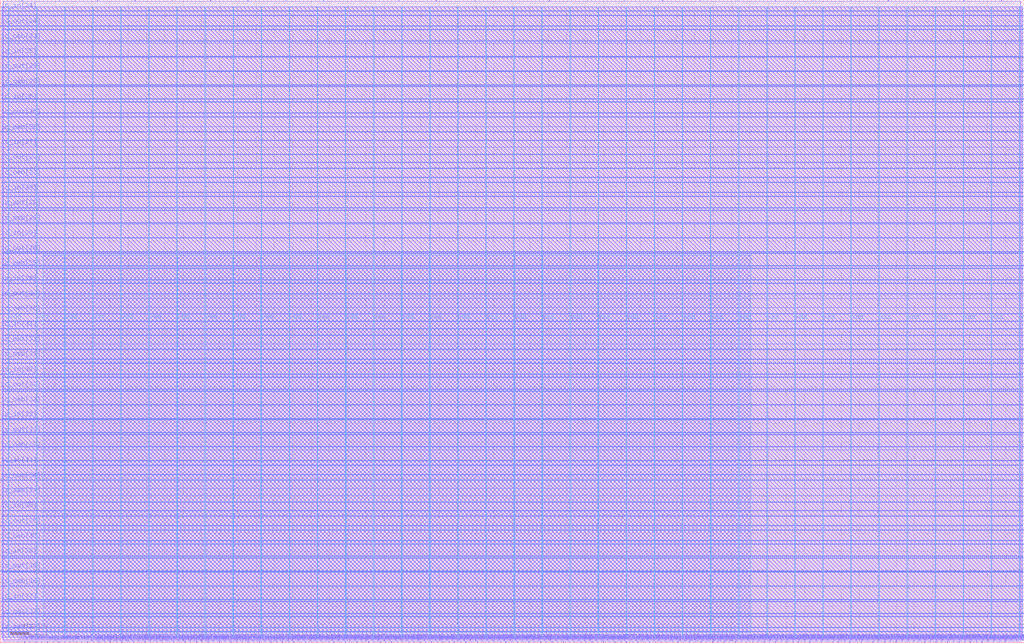
<source format=lef>
VERSION 5.7 ;
  NOWIREEXTENSIONATPIN ON ;
  DIVIDERCHAR "/" ;
  BUSBITCHARS "[]" ;
MACRO alpha_soc
  CLASS BLOCK ;
  FOREIGN alpha_soc ;
  ORIGIN 0.000 0.000 ;
  SIZE 2800.000 BY 1760.000 ;
  PIN io_in[0]
    DIRECTION INPUT ;
    USE SIGNAL ;
    ANTENNAGATEAREA 1.102000 ;
    ANTENNADIFFAREA 0.410400 ;
    PORT
      LAYER Metal3 ;
        RECT 2796.000 41.440 2800.000 42.000 ;
    END
  END io_in[0]
  PIN io_in[10]
    DIRECTION INPUT ;
    USE SIGNAL ;
    PORT
      LAYER Metal3 ;
        RECT 2796.000 1183.840 2800.000 1184.400 ;
    END
  END io_in[10]
  PIN io_in[11]
    DIRECTION INPUT ;
    USE SIGNAL ;
    PORT
      LAYER Metal3 ;
        RECT 2796.000 1298.080 2800.000 1298.640 ;
    END
  END io_in[11]
  PIN io_in[12]
    DIRECTION INPUT ;
    USE SIGNAL ;
    PORT
      LAYER Metal3 ;
        RECT 2796.000 1412.320 2800.000 1412.880 ;
    END
  END io_in[12]
  PIN io_in[13]
    DIRECTION INPUT ;
    USE SIGNAL ;
    PORT
      LAYER Metal3 ;
        RECT 2796.000 1526.560 2800.000 1527.120 ;
    END
  END io_in[13]
  PIN io_in[14]
    DIRECTION INPUT ;
    USE SIGNAL ;
    PORT
      LAYER Metal3 ;
        RECT 2796.000 1640.800 2800.000 1641.360 ;
    END
  END io_in[14]
  PIN io_in[15]
    DIRECTION INPUT ;
    USE SIGNAL ;
    PORT
      LAYER Metal2 ;
        RECT 2738.400 1756.000 2738.960 1760.000 ;
    END
  END io_in[15]
  PIN io_in[16]
    DIRECTION INPUT ;
    USE SIGNAL ;
    PORT
      LAYER Metal2 ;
        RECT 2429.280 1756.000 2429.840 1760.000 ;
    END
  END io_in[16]
  PIN io_in[17]
    DIRECTION INPUT ;
    USE SIGNAL ;
    PORT
      LAYER Metal2 ;
        RECT 2120.160 1756.000 2120.720 1760.000 ;
    END
  END io_in[17]
  PIN io_in[18]
    DIRECTION INPUT ;
    USE SIGNAL ;
    PORT
      LAYER Metal2 ;
        RECT 1811.040 1756.000 1811.600 1760.000 ;
    END
  END io_in[18]
  PIN io_in[19]
    DIRECTION INPUT ;
    USE SIGNAL ;
    PORT
      LAYER Metal2 ;
        RECT 1501.920 1756.000 1502.480 1760.000 ;
    END
  END io_in[19]
  PIN io_in[1]
    DIRECTION INPUT ;
    USE SIGNAL ;
    ANTENNAGATEAREA 2.204000 ;
    ANTENNADIFFAREA 0.410400 ;
    PORT
      LAYER Metal3 ;
        RECT 2796.000 155.680 2800.000 156.240 ;
    END
  END io_in[1]
  PIN io_in[20]
    DIRECTION INPUT ;
    USE SIGNAL ;
    PORT
      LAYER Metal2 ;
        RECT 1192.800 1756.000 1193.360 1760.000 ;
    END
  END io_in[20]
  PIN io_in[21]
    DIRECTION INPUT ;
    USE SIGNAL ;
    PORT
      LAYER Metal2 ;
        RECT 883.680 1756.000 884.240 1760.000 ;
    END
  END io_in[21]
  PIN io_in[22]
    DIRECTION INPUT ;
    USE SIGNAL ;
    PORT
      LAYER Metal2 ;
        RECT 574.560 1756.000 575.120 1760.000 ;
    END
  END io_in[22]
  PIN io_in[23]
    DIRECTION INPUT ;
    USE SIGNAL ;
    PORT
      LAYER Metal2 ;
        RECT 265.440 1756.000 266.000 1760.000 ;
    END
  END io_in[23]
  PIN io_in[24]
    DIRECTION INPUT ;
    USE SIGNAL ;
    PORT
      LAYER Metal3 ;
        RECT 0.000 1729.280 4.000 1729.840 ;
    END
  END io_in[24]
  PIN io_in[25]
    DIRECTION INPUT ;
    USE SIGNAL ;
    PORT
      LAYER Metal3 ;
        RECT 0.000 1604.960 4.000 1605.520 ;
    END
  END io_in[25]
  PIN io_in[26]
    DIRECTION INPUT ;
    USE SIGNAL ;
    PORT
      LAYER Metal3 ;
        RECT 0.000 1480.640 4.000 1481.200 ;
    END
  END io_in[26]
  PIN io_in[27]
    DIRECTION INPUT ;
    USE SIGNAL ;
    PORT
      LAYER Metal3 ;
        RECT 0.000 1356.320 4.000 1356.880 ;
    END
  END io_in[27]
  PIN io_in[28]
    DIRECTION INPUT ;
    USE SIGNAL ;
    PORT
      LAYER Metal3 ;
        RECT 0.000 1232.000 4.000 1232.560 ;
    END
  END io_in[28]
  PIN io_in[29]
    DIRECTION INPUT ;
    USE SIGNAL ;
    PORT
      LAYER Metal3 ;
        RECT 0.000 1107.680 4.000 1108.240 ;
    END
  END io_in[29]
  PIN io_in[2]
    DIRECTION INPUT ;
    USE SIGNAL ;
    ANTENNAGATEAREA 2.204000 ;
    ANTENNADIFFAREA 0.410400 ;
    PORT
      LAYER Metal3 ;
        RECT 2796.000 269.920 2800.000 270.480 ;
    END
  END io_in[2]
  PIN io_in[30]
    DIRECTION INPUT ;
    USE SIGNAL ;
    PORT
      LAYER Metal3 ;
        RECT 0.000 983.360 4.000 983.920 ;
    END
  END io_in[30]
  PIN io_in[31]
    DIRECTION INPUT ;
    USE SIGNAL ;
    PORT
      LAYER Metal3 ;
        RECT 0.000 859.040 4.000 859.600 ;
    END
  END io_in[31]
  PIN io_in[32]
    DIRECTION INPUT ;
    USE SIGNAL ;
    PORT
      LAYER Metal3 ;
        RECT 0.000 734.720 4.000 735.280 ;
    END
  END io_in[32]
  PIN io_in[33]
    DIRECTION INPUT ;
    USE SIGNAL ;
    PORT
      LAYER Metal3 ;
        RECT 0.000 610.400 4.000 610.960 ;
    END
  END io_in[33]
  PIN io_in[34]
    DIRECTION INPUT ;
    USE SIGNAL ;
    PORT
      LAYER Metal3 ;
        RECT 0.000 486.080 4.000 486.640 ;
    END
  END io_in[34]
  PIN io_in[35]
    DIRECTION INPUT ;
    USE SIGNAL ;
    PORT
      LAYER Metal3 ;
        RECT 0.000 361.760 4.000 362.320 ;
    END
  END io_in[35]
  PIN io_in[36]
    DIRECTION INPUT ;
    USE SIGNAL ;
    PORT
      LAYER Metal3 ;
        RECT 0.000 237.440 4.000 238.000 ;
    END
  END io_in[36]
  PIN io_in[37]
    DIRECTION INPUT ;
    USE SIGNAL ;
    PORT
      LAYER Metal3 ;
        RECT 0.000 113.120 4.000 113.680 ;
    END
  END io_in[37]
  PIN io_in[3]
    DIRECTION INPUT ;
    USE SIGNAL ;
    ANTENNAGATEAREA 2.204000 ;
    ANTENNADIFFAREA 0.410400 ;
    PORT
      LAYER Metal3 ;
        RECT 2796.000 384.160 2800.000 384.720 ;
    END
  END io_in[3]
  PIN io_in[4]
    DIRECTION INPUT ;
    USE SIGNAL ;
    PORT
      LAYER Metal3 ;
        RECT 2796.000 498.400 2800.000 498.960 ;
    END
  END io_in[4]
  PIN io_in[5]
    DIRECTION INPUT ;
    USE SIGNAL ;
    PORT
      LAYER Metal3 ;
        RECT 2796.000 612.640 2800.000 613.200 ;
    END
  END io_in[5]
  PIN io_in[6]
    DIRECTION INPUT ;
    USE SIGNAL ;
    PORT
      LAYER Metal3 ;
        RECT 2796.000 726.880 2800.000 727.440 ;
    END
  END io_in[6]
  PIN io_in[7]
    DIRECTION INPUT ;
    USE SIGNAL ;
    PORT
      LAYER Metal3 ;
        RECT 2796.000 841.120 2800.000 841.680 ;
    END
  END io_in[7]
  PIN io_in[8]
    DIRECTION INPUT ;
    USE SIGNAL ;
    PORT
      LAYER Metal3 ;
        RECT 2796.000 955.360 2800.000 955.920 ;
    END
  END io_in[8]
  PIN io_in[9]
    DIRECTION INPUT ;
    USE SIGNAL ;
    ANTENNAGATEAREA 0.741000 ;
    ANTENNADIFFAREA 0.410400 ;
    PORT
      LAYER Metal3 ;
        RECT 2796.000 1069.600 2800.000 1070.160 ;
    END
  END io_in[9]
  PIN io_oeb[0]
    DIRECTION OUTPUT TRISTATE ;
    USE SIGNAL ;
    ANTENNADIFFAREA 4.731200 ;
    PORT
      LAYER Metal3 ;
        RECT 2796.000 117.600 2800.000 118.160 ;
    END
  END io_oeb[0]
  PIN io_oeb[10]
    DIRECTION OUTPUT TRISTATE ;
    USE SIGNAL ;
    ANTENNADIFFAREA 0.360800 ;
    PORT
      LAYER Metal3 ;
        RECT 2796.000 1260.000 2800.000 1260.560 ;
    END
  END io_oeb[10]
  PIN io_oeb[11]
    DIRECTION OUTPUT TRISTATE ;
    USE SIGNAL ;
    ANTENNADIFFAREA 0.360800 ;
    PORT
      LAYER Metal3 ;
        RECT 2796.000 1374.240 2800.000 1374.800 ;
    END
  END io_oeb[11]
  PIN io_oeb[12]
    DIRECTION OUTPUT TRISTATE ;
    USE SIGNAL ;
    ANTENNADIFFAREA 0.360800 ;
    PORT
      LAYER Metal3 ;
        RECT 2796.000 1488.480 2800.000 1489.040 ;
    END
  END io_oeb[12]
  PIN io_oeb[13]
    DIRECTION OUTPUT TRISTATE ;
    USE SIGNAL ;
    ANTENNADIFFAREA 0.360800 ;
    PORT
      LAYER Metal3 ;
        RECT 2796.000 1602.720 2800.000 1603.280 ;
    END
  END io_oeb[13]
  PIN io_oeb[14]
    DIRECTION OUTPUT TRISTATE ;
    USE SIGNAL ;
    ANTENNADIFFAREA 0.360800 ;
    PORT
      LAYER Metal3 ;
        RECT 2796.000 1716.960 2800.000 1717.520 ;
    END
  END io_oeb[14]
  PIN io_oeb[15]
    DIRECTION OUTPUT TRISTATE ;
    USE SIGNAL ;
    ANTENNADIFFAREA 0.360800 ;
    PORT
      LAYER Metal2 ;
        RECT 2532.320 1756.000 2532.880 1760.000 ;
    END
  END io_oeb[15]
  PIN io_oeb[16]
    DIRECTION OUTPUT TRISTATE ;
    USE SIGNAL ;
    ANTENNADIFFAREA 0.360800 ;
    PORT
      LAYER Metal2 ;
        RECT 2223.200 1756.000 2223.760 1760.000 ;
    END
  END io_oeb[16]
  PIN io_oeb[17]
    DIRECTION OUTPUT TRISTATE ;
    USE SIGNAL ;
    ANTENNADIFFAREA 0.360800 ;
    PORT
      LAYER Metal2 ;
        RECT 1914.080 1756.000 1914.640 1760.000 ;
    END
  END io_oeb[17]
  PIN io_oeb[18]
    DIRECTION OUTPUT TRISTATE ;
    USE SIGNAL ;
    ANTENNADIFFAREA 0.360800 ;
    PORT
      LAYER Metal2 ;
        RECT 1604.960 1756.000 1605.520 1760.000 ;
    END
  END io_oeb[18]
  PIN io_oeb[19]
    DIRECTION OUTPUT TRISTATE ;
    USE SIGNAL ;
    ANTENNADIFFAREA 0.360800 ;
    PORT
      LAYER Metal2 ;
        RECT 1295.840 1756.000 1296.400 1760.000 ;
    END
  END io_oeb[19]
  PIN io_oeb[1]
    DIRECTION OUTPUT TRISTATE ;
    USE SIGNAL ;
    ANTENNADIFFAREA 4.731200 ;
    PORT
      LAYER Metal3 ;
        RECT 2796.000 231.840 2800.000 232.400 ;
    END
  END io_oeb[1]
  PIN io_oeb[20]
    DIRECTION OUTPUT TRISTATE ;
    USE SIGNAL ;
    ANTENNADIFFAREA 0.360800 ;
    PORT
      LAYER Metal2 ;
        RECT 986.720 1756.000 987.280 1760.000 ;
    END
  END io_oeb[20]
  PIN io_oeb[21]
    DIRECTION OUTPUT TRISTATE ;
    USE SIGNAL ;
    ANTENNADIFFAREA 0.360800 ;
    PORT
      LAYER Metal2 ;
        RECT 677.600 1756.000 678.160 1760.000 ;
    END
  END io_oeb[21]
  PIN io_oeb[22]
    DIRECTION OUTPUT TRISTATE ;
    USE SIGNAL ;
    ANTENNADIFFAREA 0.360800 ;
    PORT
      LAYER Metal2 ;
        RECT 368.480 1756.000 369.040 1760.000 ;
    END
  END io_oeb[22]
  PIN io_oeb[23]
    DIRECTION OUTPUT TRISTATE ;
    USE SIGNAL ;
    ANTENNADIFFAREA 0.360800 ;
    PORT
      LAYER Metal2 ;
        RECT 59.360 1756.000 59.920 1760.000 ;
    END
  END io_oeb[23]
  PIN io_oeb[24]
    DIRECTION OUTPUT TRISTATE ;
    USE SIGNAL ;
    ANTENNADIFFAREA 0.360800 ;
    PORT
      LAYER Metal3 ;
        RECT 0.000 1646.400 4.000 1646.960 ;
    END
  END io_oeb[24]
  PIN io_oeb[25]
    DIRECTION OUTPUT TRISTATE ;
    USE SIGNAL ;
    ANTENNADIFFAREA 0.360800 ;
    PORT
      LAYER Metal3 ;
        RECT 0.000 1522.080 4.000 1522.640 ;
    END
  END io_oeb[25]
  PIN io_oeb[26]
    DIRECTION OUTPUT TRISTATE ;
    USE SIGNAL ;
    ANTENNADIFFAREA 0.360800 ;
    PORT
      LAYER Metal3 ;
        RECT 0.000 1397.760 4.000 1398.320 ;
    END
  END io_oeb[26]
  PIN io_oeb[27]
    DIRECTION OUTPUT TRISTATE ;
    USE SIGNAL ;
    ANTENNADIFFAREA 0.360800 ;
    PORT
      LAYER Metal3 ;
        RECT 0.000 1273.440 4.000 1274.000 ;
    END
  END io_oeb[27]
  PIN io_oeb[28]
    DIRECTION OUTPUT TRISTATE ;
    USE SIGNAL ;
    ANTENNADIFFAREA 0.360800 ;
    PORT
      LAYER Metal3 ;
        RECT 0.000 1149.120 4.000 1149.680 ;
    END
  END io_oeb[28]
  PIN io_oeb[29]
    DIRECTION OUTPUT TRISTATE ;
    USE SIGNAL ;
    ANTENNADIFFAREA 0.360800 ;
    PORT
      LAYER Metal3 ;
        RECT 0.000 1024.800 4.000 1025.360 ;
    END
  END io_oeb[29]
  PIN io_oeb[2]
    DIRECTION OUTPUT TRISTATE ;
    USE SIGNAL ;
    ANTENNADIFFAREA 4.731200 ;
    PORT
      LAYER Metal3 ;
        RECT 2796.000 346.080 2800.000 346.640 ;
    END
  END io_oeb[2]
  PIN io_oeb[30]
    DIRECTION OUTPUT TRISTATE ;
    USE SIGNAL ;
    ANTENNADIFFAREA 0.360800 ;
    PORT
      LAYER Metal3 ;
        RECT 0.000 900.480 4.000 901.040 ;
    END
  END io_oeb[30]
  PIN io_oeb[31]
    DIRECTION OUTPUT TRISTATE ;
    USE SIGNAL ;
    ANTENNADIFFAREA 0.360800 ;
    PORT
      LAYER Metal3 ;
        RECT 0.000 776.160 4.000 776.720 ;
    END
  END io_oeb[31]
  PIN io_oeb[32]
    DIRECTION OUTPUT TRISTATE ;
    USE SIGNAL ;
    ANTENNADIFFAREA 0.360800 ;
    PORT
      LAYER Metal3 ;
        RECT 0.000 651.840 4.000 652.400 ;
    END
  END io_oeb[32]
  PIN io_oeb[33]
    DIRECTION OUTPUT TRISTATE ;
    USE SIGNAL ;
    ANTENNADIFFAREA 0.360800 ;
    PORT
      LAYER Metal3 ;
        RECT 0.000 527.520 4.000 528.080 ;
    END
  END io_oeb[33]
  PIN io_oeb[34]
    DIRECTION OUTPUT TRISTATE ;
    USE SIGNAL ;
    ANTENNADIFFAREA 0.360800 ;
    PORT
      LAYER Metal3 ;
        RECT 0.000 403.200 4.000 403.760 ;
    END
  END io_oeb[34]
  PIN io_oeb[35]
    DIRECTION OUTPUT TRISTATE ;
    USE SIGNAL ;
    ANTENNADIFFAREA 0.360800 ;
    PORT
      LAYER Metal3 ;
        RECT 0.000 278.880 4.000 279.440 ;
    END
  END io_oeb[35]
  PIN io_oeb[36]
    DIRECTION OUTPUT TRISTATE ;
    USE SIGNAL ;
    ANTENNADIFFAREA 0.360800 ;
    PORT
      LAYER Metal3 ;
        RECT 0.000 154.560 4.000 155.120 ;
    END
  END io_oeb[36]
  PIN io_oeb[37]
    DIRECTION OUTPUT TRISTATE ;
    USE SIGNAL ;
    ANTENNADIFFAREA 0.360800 ;
    PORT
      LAYER Metal3 ;
        RECT 0.000 30.240 4.000 30.800 ;
    END
  END io_oeb[37]
  PIN io_oeb[3]
    DIRECTION OUTPUT TRISTATE ;
    USE SIGNAL ;
    ANTENNADIFFAREA 4.731200 ;
    PORT
      LAYER Metal3 ;
        RECT 2796.000 460.320 2800.000 460.880 ;
    END
  END io_oeb[3]
  PIN io_oeb[4]
    DIRECTION OUTPUT TRISTATE ;
    USE SIGNAL ;
    ANTENNADIFFAREA 0.360800 ;
    PORT
      LAYER Metal3 ;
        RECT 2796.000 574.560 2800.000 575.120 ;
    END
  END io_oeb[4]
  PIN io_oeb[5]
    DIRECTION OUTPUT TRISTATE ;
    USE SIGNAL ;
    ANTENNADIFFAREA 0.360800 ;
    PORT
      LAYER Metal3 ;
        RECT 2796.000 688.800 2800.000 689.360 ;
    END
  END io_oeb[5]
  PIN io_oeb[6]
    DIRECTION OUTPUT TRISTATE ;
    USE SIGNAL ;
    ANTENNADIFFAREA 0.360800 ;
    PORT
      LAYER Metal3 ;
        RECT 2796.000 803.040 2800.000 803.600 ;
    END
  END io_oeb[6]
  PIN io_oeb[7]
    DIRECTION OUTPUT TRISTATE ;
    USE SIGNAL ;
    ANTENNADIFFAREA 0.360800 ;
    PORT
      LAYER Metal3 ;
        RECT 2796.000 917.280 2800.000 917.840 ;
    END
  END io_oeb[7]
  PIN io_oeb[8]
    DIRECTION OUTPUT TRISTATE ;
    USE SIGNAL ;
    ANTENNADIFFAREA 0.360800 ;
    PORT
      LAYER Metal3 ;
        RECT 2796.000 1031.520 2800.000 1032.080 ;
    END
  END io_oeb[8]
  PIN io_oeb[9]
    DIRECTION OUTPUT TRISTATE ;
    USE SIGNAL ;
    ANTENNADIFFAREA 0.536800 ;
    PORT
      LAYER Metal3 ;
        RECT 2796.000 1145.760 2800.000 1146.320 ;
    END
  END io_oeb[9]
  PIN io_out[0]
    DIRECTION OUTPUT TRISTATE ;
    USE SIGNAL ;
    ANTENNADIFFAREA 4.731200 ;
    PORT
      LAYER Metal3 ;
        RECT 2796.000 79.520 2800.000 80.080 ;
    END
  END io_out[0]
  PIN io_out[10]
    DIRECTION OUTPUT TRISTATE ;
    USE SIGNAL ;
    ANTENNADIFFAREA 0.360800 ;
    PORT
      LAYER Metal3 ;
        RECT 2796.000 1221.920 2800.000 1222.480 ;
    END
  END io_out[10]
  PIN io_out[11]
    DIRECTION OUTPUT TRISTATE ;
    USE SIGNAL ;
    ANTENNADIFFAREA 0.360800 ;
    PORT
      LAYER Metal3 ;
        RECT 2796.000 1336.160 2800.000 1336.720 ;
    END
  END io_out[11]
  PIN io_out[12]
    DIRECTION OUTPUT TRISTATE ;
    USE SIGNAL ;
    ANTENNADIFFAREA 0.360800 ;
    PORT
      LAYER Metal3 ;
        RECT 2796.000 1450.400 2800.000 1450.960 ;
    END
  END io_out[12]
  PIN io_out[13]
    DIRECTION OUTPUT TRISTATE ;
    USE SIGNAL ;
    ANTENNADIFFAREA 0.360800 ;
    PORT
      LAYER Metal3 ;
        RECT 2796.000 1564.640 2800.000 1565.200 ;
    END
  END io_out[13]
  PIN io_out[14]
    DIRECTION OUTPUT TRISTATE ;
    USE SIGNAL ;
    ANTENNADIFFAREA 0.360800 ;
    PORT
      LAYER Metal3 ;
        RECT 2796.000 1678.880 2800.000 1679.440 ;
    END
  END io_out[14]
  PIN io_out[15]
    DIRECTION OUTPUT TRISTATE ;
    USE SIGNAL ;
    ANTENNADIFFAREA 0.360800 ;
    PORT
      LAYER Metal2 ;
        RECT 2635.360 1756.000 2635.920 1760.000 ;
    END
  END io_out[15]
  PIN io_out[16]
    DIRECTION OUTPUT TRISTATE ;
    USE SIGNAL ;
    ANTENNADIFFAREA 0.360800 ;
    PORT
      LAYER Metal2 ;
        RECT 2326.240 1756.000 2326.800 1760.000 ;
    END
  END io_out[16]
  PIN io_out[17]
    DIRECTION OUTPUT TRISTATE ;
    USE SIGNAL ;
    ANTENNADIFFAREA 0.360800 ;
    PORT
      LAYER Metal2 ;
        RECT 2017.120 1756.000 2017.680 1760.000 ;
    END
  END io_out[17]
  PIN io_out[18]
    DIRECTION OUTPUT TRISTATE ;
    USE SIGNAL ;
    ANTENNADIFFAREA 0.360800 ;
    PORT
      LAYER Metal2 ;
        RECT 1708.000 1756.000 1708.560 1760.000 ;
    END
  END io_out[18]
  PIN io_out[19]
    DIRECTION OUTPUT TRISTATE ;
    USE SIGNAL ;
    ANTENNADIFFAREA 0.360800 ;
    PORT
      LAYER Metal2 ;
        RECT 1398.880 1756.000 1399.440 1760.000 ;
    END
  END io_out[19]
  PIN io_out[1]
    DIRECTION OUTPUT TRISTATE ;
    USE SIGNAL ;
    ANTENNADIFFAREA 4.731200 ;
    PORT
      LAYER Metal3 ;
        RECT 2796.000 193.760 2800.000 194.320 ;
    END
  END io_out[1]
  PIN io_out[20]
    DIRECTION OUTPUT TRISTATE ;
    USE SIGNAL ;
    ANTENNADIFFAREA 0.360800 ;
    PORT
      LAYER Metal2 ;
        RECT 1089.760 1756.000 1090.320 1760.000 ;
    END
  END io_out[20]
  PIN io_out[21]
    DIRECTION OUTPUT TRISTATE ;
    USE SIGNAL ;
    ANTENNADIFFAREA 0.360800 ;
    PORT
      LAYER Metal2 ;
        RECT 780.640 1756.000 781.200 1760.000 ;
    END
  END io_out[21]
  PIN io_out[22]
    DIRECTION OUTPUT TRISTATE ;
    USE SIGNAL ;
    ANTENNADIFFAREA 0.360800 ;
    PORT
      LAYER Metal2 ;
        RECT 471.520 1756.000 472.080 1760.000 ;
    END
  END io_out[22]
  PIN io_out[23]
    DIRECTION OUTPUT TRISTATE ;
    USE SIGNAL ;
    ANTENNADIFFAREA 0.360800 ;
    PORT
      LAYER Metal2 ;
        RECT 162.400 1756.000 162.960 1760.000 ;
    END
  END io_out[23]
  PIN io_out[24]
    DIRECTION OUTPUT TRISTATE ;
    USE SIGNAL ;
    ANTENNADIFFAREA 0.360800 ;
    PORT
      LAYER Metal3 ;
        RECT 0.000 1687.840 4.000 1688.400 ;
    END
  END io_out[24]
  PIN io_out[25]
    DIRECTION OUTPUT TRISTATE ;
    USE SIGNAL ;
    ANTENNADIFFAREA 0.360800 ;
    PORT
      LAYER Metal3 ;
        RECT 0.000 1563.520 4.000 1564.080 ;
    END
  END io_out[25]
  PIN io_out[26]
    DIRECTION OUTPUT TRISTATE ;
    USE SIGNAL ;
    ANTENNADIFFAREA 0.360800 ;
    PORT
      LAYER Metal3 ;
        RECT 0.000 1439.200 4.000 1439.760 ;
    END
  END io_out[26]
  PIN io_out[27]
    DIRECTION OUTPUT TRISTATE ;
    USE SIGNAL ;
    ANTENNADIFFAREA 0.360800 ;
    PORT
      LAYER Metal3 ;
        RECT 0.000 1314.880 4.000 1315.440 ;
    END
  END io_out[27]
  PIN io_out[28]
    DIRECTION OUTPUT TRISTATE ;
    USE SIGNAL ;
    ANTENNADIFFAREA 0.360800 ;
    PORT
      LAYER Metal3 ;
        RECT 0.000 1190.560 4.000 1191.120 ;
    END
  END io_out[28]
  PIN io_out[29]
    DIRECTION OUTPUT TRISTATE ;
    USE SIGNAL ;
    ANTENNADIFFAREA 0.360800 ;
    PORT
      LAYER Metal3 ;
        RECT 0.000 1066.240 4.000 1066.800 ;
    END
  END io_out[29]
  PIN io_out[2]
    DIRECTION OUTPUT TRISTATE ;
    USE SIGNAL ;
    ANTENNADIFFAREA 4.731200 ;
    PORT
      LAYER Metal3 ;
        RECT 2796.000 308.000 2800.000 308.560 ;
    END
  END io_out[2]
  PIN io_out[30]
    DIRECTION OUTPUT TRISTATE ;
    USE SIGNAL ;
    ANTENNADIFFAREA 0.360800 ;
    PORT
      LAYER Metal3 ;
        RECT 0.000 941.920 4.000 942.480 ;
    END
  END io_out[30]
  PIN io_out[31]
    DIRECTION OUTPUT TRISTATE ;
    USE SIGNAL ;
    ANTENNADIFFAREA 0.360800 ;
    PORT
      LAYER Metal3 ;
        RECT 0.000 817.600 4.000 818.160 ;
    END
  END io_out[31]
  PIN io_out[32]
    DIRECTION OUTPUT TRISTATE ;
    USE SIGNAL ;
    ANTENNADIFFAREA 0.360800 ;
    PORT
      LAYER Metal3 ;
        RECT 0.000 693.280 4.000 693.840 ;
    END
  END io_out[32]
  PIN io_out[33]
    DIRECTION OUTPUT TRISTATE ;
    USE SIGNAL ;
    ANTENNADIFFAREA 0.360800 ;
    PORT
      LAYER Metal3 ;
        RECT 0.000 568.960 4.000 569.520 ;
    END
  END io_out[33]
  PIN io_out[34]
    DIRECTION OUTPUT TRISTATE ;
    USE SIGNAL ;
    ANTENNADIFFAREA 0.360800 ;
    PORT
      LAYER Metal3 ;
        RECT 0.000 444.640 4.000 445.200 ;
    END
  END io_out[34]
  PIN io_out[35]
    DIRECTION OUTPUT TRISTATE ;
    USE SIGNAL ;
    ANTENNADIFFAREA 0.360800 ;
    PORT
      LAYER Metal3 ;
        RECT 0.000 320.320 4.000 320.880 ;
    END
  END io_out[35]
  PIN io_out[36]
    DIRECTION OUTPUT TRISTATE ;
    USE SIGNAL ;
    ANTENNADIFFAREA 0.360800 ;
    PORT
      LAYER Metal3 ;
        RECT 0.000 196.000 4.000 196.560 ;
    END
  END io_out[36]
  PIN io_out[37]
    DIRECTION OUTPUT TRISTATE ;
    USE SIGNAL ;
    ANTENNADIFFAREA 0.360800 ;
    PORT
      LAYER Metal3 ;
        RECT 0.000 71.680 4.000 72.240 ;
    END
  END io_out[37]
  PIN io_out[3]
    DIRECTION OUTPUT TRISTATE ;
    USE SIGNAL ;
    ANTENNADIFFAREA 4.731200 ;
    PORT
      LAYER Metal3 ;
        RECT 2796.000 422.240 2800.000 422.800 ;
    END
  END io_out[3]
  PIN io_out[4]
    DIRECTION OUTPUT TRISTATE ;
    USE SIGNAL ;
    ANTENNADIFFAREA 4.731200 ;
    PORT
      LAYER Metal3 ;
        RECT 2796.000 536.480 2800.000 537.040 ;
    END
  END io_out[4]
  PIN io_out[5]
    DIRECTION OUTPUT TRISTATE ;
    USE SIGNAL ;
    ANTENNADIFFAREA 4.731200 ;
    PORT
      LAYER Metal3 ;
        RECT 2796.000 650.720 2800.000 651.280 ;
    END
  END io_out[5]
  PIN io_out[6]
    DIRECTION OUTPUT TRISTATE ;
    USE SIGNAL ;
    ANTENNADIFFAREA 4.731200 ;
    PORT
      LAYER Metal3 ;
        RECT 2796.000 764.960 2800.000 765.520 ;
    END
  END io_out[6]
  PIN io_out[7]
    DIRECTION OUTPUT TRISTATE ;
    USE SIGNAL ;
    ANTENNADIFFAREA 4.731200 ;
    PORT
      LAYER Metal3 ;
        RECT 2796.000 879.200 2800.000 879.760 ;
    END
  END io_out[7]
  PIN io_out[8]
    DIRECTION OUTPUT TRISTATE ;
    USE SIGNAL ;
    ANTENNADIFFAREA 4.731200 ;
    PORT
      LAYER Metal3 ;
        RECT 2796.000 993.440 2800.000 994.000 ;
    END
  END io_out[8]
  PIN io_out[9]
    DIRECTION OUTPUT TRISTATE ;
    USE SIGNAL ;
    ANTENNADIFFAREA 0.360800 ;
    PORT
      LAYER Metal3 ;
        RECT 2796.000 1107.680 2800.000 1108.240 ;
    END
  END io_out[9]
  PIN la_data_out[0]
    DIRECTION OUTPUT TRISTATE ;
    USE SIGNAL ;
    ANTENNADIFFAREA 0.360800 ;
    PORT
      LAYER Metal2 ;
        RECT 1712.480 0.000 1713.040 4.000 ;
    END
  END la_data_out[0]
  PIN la_data_out[10]
    DIRECTION OUTPUT TRISTATE ;
    USE SIGNAL ;
    ANTENNADIFFAREA 0.360800 ;
    PORT
      LAYER Metal2 ;
        RECT 1869.280 0.000 1869.840 4.000 ;
    END
  END la_data_out[10]
  PIN la_data_out[11]
    DIRECTION OUTPUT TRISTATE ;
    USE SIGNAL ;
    ANTENNADIFFAREA 0.360800 ;
    PORT
      LAYER Metal2 ;
        RECT 1884.960 0.000 1885.520 4.000 ;
    END
  END la_data_out[11]
  PIN la_data_out[12]
    DIRECTION OUTPUT TRISTATE ;
    USE SIGNAL ;
    ANTENNADIFFAREA 0.360800 ;
    PORT
      LAYER Metal2 ;
        RECT 1900.640 0.000 1901.200 4.000 ;
    END
  END la_data_out[12]
  PIN la_data_out[13]
    DIRECTION OUTPUT TRISTATE ;
    USE SIGNAL ;
    ANTENNADIFFAREA 0.360800 ;
    PORT
      LAYER Metal2 ;
        RECT 1916.320 0.000 1916.880 4.000 ;
    END
  END la_data_out[13]
  PIN la_data_out[14]
    DIRECTION OUTPUT TRISTATE ;
    USE SIGNAL ;
    ANTENNADIFFAREA 0.360800 ;
    PORT
      LAYER Metal2 ;
        RECT 1932.000 0.000 1932.560 4.000 ;
    END
  END la_data_out[14]
  PIN la_data_out[15]
    DIRECTION OUTPUT TRISTATE ;
    USE SIGNAL ;
    ANTENNADIFFAREA 0.360800 ;
    PORT
      LAYER Metal2 ;
        RECT 1947.680 0.000 1948.240 4.000 ;
    END
  END la_data_out[15]
  PIN la_data_out[16]
    DIRECTION OUTPUT TRISTATE ;
    USE SIGNAL ;
    ANTENNADIFFAREA 0.360800 ;
    PORT
      LAYER Metal2 ;
        RECT 1963.360 0.000 1963.920 4.000 ;
    END
  END la_data_out[16]
  PIN la_data_out[17]
    DIRECTION OUTPUT TRISTATE ;
    USE SIGNAL ;
    ANTENNADIFFAREA 0.360800 ;
    PORT
      LAYER Metal2 ;
        RECT 1979.040 0.000 1979.600 4.000 ;
    END
  END la_data_out[17]
  PIN la_data_out[18]
    DIRECTION OUTPUT TRISTATE ;
    USE SIGNAL ;
    ANTENNADIFFAREA 0.360800 ;
    PORT
      LAYER Metal2 ;
        RECT 1994.720 0.000 1995.280 4.000 ;
    END
  END la_data_out[18]
  PIN la_data_out[19]
    DIRECTION OUTPUT TRISTATE ;
    USE SIGNAL ;
    ANTENNADIFFAREA 0.360800 ;
    PORT
      LAYER Metal2 ;
        RECT 2010.400 0.000 2010.960 4.000 ;
    END
  END la_data_out[19]
  PIN la_data_out[1]
    DIRECTION OUTPUT TRISTATE ;
    USE SIGNAL ;
    ANTENNADIFFAREA 0.360800 ;
    PORT
      LAYER Metal2 ;
        RECT 1728.160 0.000 1728.720 4.000 ;
    END
  END la_data_out[1]
  PIN la_data_out[20]
    DIRECTION OUTPUT TRISTATE ;
    USE SIGNAL ;
    ANTENNADIFFAREA 0.360800 ;
    PORT
      LAYER Metal2 ;
        RECT 2026.080 0.000 2026.640 4.000 ;
    END
  END la_data_out[20]
  PIN la_data_out[21]
    DIRECTION OUTPUT TRISTATE ;
    USE SIGNAL ;
    ANTENNADIFFAREA 0.360800 ;
    PORT
      LAYER Metal2 ;
        RECT 2041.760 0.000 2042.320 4.000 ;
    END
  END la_data_out[21]
  PIN la_data_out[22]
    DIRECTION OUTPUT TRISTATE ;
    USE SIGNAL ;
    ANTENNADIFFAREA 0.360800 ;
    PORT
      LAYER Metal2 ;
        RECT 2057.440 0.000 2058.000 4.000 ;
    END
  END la_data_out[22]
  PIN la_data_out[23]
    DIRECTION OUTPUT TRISTATE ;
    USE SIGNAL ;
    ANTENNADIFFAREA 0.360800 ;
    PORT
      LAYER Metal2 ;
        RECT 2073.120 0.000 2073.680 4.000 ;
    END
  END la_data_out[23]
  PIN la_data_out[24]
    DIRECTION OUTPUT TRISTATE ;
    USE SIGNAL ;
    ANTENNADIFFAREA 0.360800 ;
    PORT
      LAYER Metal2 ;
        RECT 2088.800 0.000 2089.360 4.000 ;
    END
  END la_data_out[24]
  PIN la_data_out[25]
    DIRECTION OUTPUT TRISTATE ;
    USE SIGNAL ;
    ANTENNADIFFAREA 0.360800 ;
    PORT
      LAYER Metal2 ;
        RECT 2104.480 0.000 2105.040 4.000 ;
    END
  END la_data_out[25]
  PIN la_data_out[26]
    DIRECTION OUTPUT TRISTATE ;
    USE SIGNAL ;
    ANTENNADIFFAREA 0.360800 ;
    PORT
      LAYER Metal2 ;
        RECT 2120.160 0.000 2120.720 4.000 ;
    END
  END la_data_out[26]
  PIN la_data_out[27]
    DIRECTION OUTPUT TRISTATE ;
    USE SIGNAL ;
    ANTENNADIFFAREA 0.360800 ;
    PORT
      LAYER Metal2 ;
        RECT 2135.840 0.000 2136.400 4.000 ;
    END
  END la_data_out[27]
  PIN la_data_out[28]
    DIRECTION OUTPUT TRISTATE ;
    USE SIGNAL ;
    ANTENNADIFFAREA 0.360800 ;
    PORT
      LAYER Metal2 ;
        RECT 2151.520 0.000 2152.080 4.000 ;
    END
  END la_data_out[28]
  PIN la_data_out[29]
    DIRECTION OUTPUT TRISTATE ;
    USE SIGNAL ;
    ANTENNADIFFAREA 0.360800 ;
    PORT
      LAYER Metal2 ;
        RECT 2167.200 0.000 2167.760 4.000 ;
    END
  END la_data_out[29]
  PIN la_data_out[2]
    DIRECTION OUTPUT TRISTATE ;
    USE SIGNAL ;
    ANTENNADIFFAREA 0.360800 ;
    PORT
      LAYER Metal2 ;
        RECT 1743.840 0.000 1744.400 4.000 ;
    END
  END la_data_out[2]
  PIN la_data_out[30]
    DIRECTION OUTPUT TRISTATE ;
    USE SIGNAL ;
    ANTENNADIFFAREA 0.360800 ;
    PORT
      LAYER Metal2 ;
        RECT 2182.880 0.000 2183.440 4.000 ;
    END
  END la_data_out[30]
  PIN la_data_out[31]
    DIRECTION OUTPUT TRISTATE ;
    USE SIGNAL ;
    ANTENNADIFFAREA 0.360800 ;
    PORT
      LAYER Metal2 ;
        RECT 2198.560 0.000 2199.120 4.000 ;
    END
  END la_data_out[31]
  PIN la_data_out[32]
    DIRECTION OUTPUT TRISTATE ;
    USE SIGNAL ;
    ANTENNADIFFAREA 0.360800 ;
    PORT
      LAYER Metal2 ;
        RECT 2214.240 0.000 2214.800 4.000 ;
    END
  END la_data_out[32]
  PIN la_data_out[33]
    DIRECTION OUTPUT TRISTATE ;
    USE SIGNAL ;
    ANTENNADIFFAREA 0.360800 ;
    PORT
      LAYER Metal2 ;
        RECT 2229.920 0.000 2230.480 4.000 ;
    END
  END la_data_out[33]
  PIN la_data_out[34]
    DIRECTION OUTPUT TRISTATE ;
    USE SIGNAL ;
    ANTENNADIFFAREA 0.360800 ;
    PORT
      LAYER Metal2 ;
        RECT 2245.600 0.000 2246.160 4.000 ;
    END
  END la_data_out[34]
  PIN la_data_out[35]
    DIRECTION OUTPUT TRISTATE ;
    USE SIGNAL ;
    ANTENNADIFFAREA 0.360800 ;
    PORT
      LAYER Metal2 ;
        RECT 2261.280 0.000 2261.840 4.000 ;
    END
  END la_data_out[35]
  PIN la_data_out[36]
    DIRECTION OUTPUT TRISTATE ;
    USE SIGNAL ;
    ANTENNADIFFAREA 0.360800 ;
    PORT
      LAYER Metal2 ;
        RECT 2276.960 0.000 2277.520 4.000 ;
    END
  END la_data_out[36]
  PIN la_data_out[37]
    DIRECTION OUTPUT TRISTATE ;
    USE SIGNAL ;
    ANTENNADIFFAREA 0.360800 ;
    PORT
      LAYER Metal2 ;
        RECT 2292.640 0.000 2293.200 4.000 ;
    END
  END la_data_out[37]
  PIN la_data_out[38]
    DIRECTION OUTPUT TRISTATE ;
    USE SIGNAL ;
    ANTENNADIFFAREA 0.360800 ;
    PORT
      LAYER Metal2 ;
        RECT 2308.320 0.000 2308.880 4.000 ;
    END
  END la_data_out[38]
  PIN la_data_out[39]
    DIRECTION OUTPUT TRISTATE ;
    USE SIGNAL ;
    ANTENNADIFFAREA 0.360800 ;
    PORT
      LAYER Metal2 ;
        RECT 2324.000 0.000 2324.560 4.000 ;
    END
  END la_data_out[39]
  PIN la_data_out[3]
    DIRECTION OUTPUT TRISTATE ;
    USE SIGNAL ;
    ANTENNADIFFAREA 0.360800 ;
    PORT
      LAYER Metal2 ;
        RECT 1759.520 0.000 1760.080 4.000 ;
    END
  END la_data_out[3]
  PIN la_data_out[40]
    DIRECTION OUTPUT TRISTATE ;
    USE SIGNAL ;
    ANTENNADIFFAREA 0.360800 ;
    PORT
      LAYER Metal2 ;
        RECT 2339.680 0.000 2340.240 4.000 ;
    END
  END la_data_out[40]
  PIN la_data_out[41]
    DIRECTION OUTPUT TRISTATE ;
    USE SIGNAL ;
    ANTENNADIFFAREA 0.360800 ;
    PORT
      LAYER Metal2 ;
        RECT 2355.360 0.000 2355.920 4.000 ;
    END
  END la_data_out[41]
  PIN la_data_out[42]
    DIRECTION OUTPUT TRISTATE ;
    USE SIGNAL ;
    ANTENNADIFFAREA 0.360800 ;
    PORT
      LAYER Metal2 ;
        RECT 2371.040 0.000 2371.600 4.000 ;
    END
  END la_data_out[42]
  PIN la_data_out[43]
    DIRECTION OUTPUT TRISTATE ;
    USE SIGNAL ;
    ANTENNADIFFAREA 0.360800 ;
    PORT
      LAYER Metal2 ;
        RECT 2386.720 0.000 2387.280 4.000 ;
    END
  END la_data_out[43]
  PIN la_data_out[44]
    DIRECTION OUTPUT TRISTATE ;
    USE SIGNAL ;
    ANTENNADIFFAREA 0.360800 ;
    PORT
      LAYER Metal2 ;
        RECT 2402.400 0.000 2402.960 4.000 ;
    END
  END la_data_out[44]
  PIN la_data_out[45]
    DIRECTION OUTPUT TRISTATE ;
    USE SIGNAL ;
    ANTENNADIFFAREA 0.360800 ;
    PORT
      LAYER Metal2 ;
        RECT 2418.080 0.000 2418.640 4.000 ;
    END
  END la_data_out[45]
  PIN la_data_out[46]
    DIRECTION OUTPUT TRISTATE ;
    USE SIGNAL ;
    ANTENNADIFFAREA 0.360800 ;
    PORT
      LAYER Metal2 ;
        RECT 2433.760 0.000 2434.320 4.000 ;
    END
  END la_data_out[46]
  PIN la_data_out[47]
    DIRECTION OUTPUT TRISTATE ;
    USE SIGNAL ;
    ANTENNADIFFAREA 0.360800 ;
    PORT
      LAYER Metal2 ;
        RECT 2449.440 0.000 2450.000 4.000 ;
    END
  END la_data_out[47]
  PIN la_data_out[48]
    DIRECTION OUTPUT TRISTATE ;
    USE SIGNAL ;
    ANTENNADIFFAREA 0.360800 ;
    PORT
      LAYER Metal2 ;
        RECT 2465.120 0.000 2465.680 4.000 ;
    END
  END la_data_out[48]
  PIN la_data_out[49]
    DIRECTION OUTPUT TRISTATE ;
    USE SIGNAL ;
    ANTENNADIFFAREA 0.360800 ;
    PORT
      LAYER Metal2 ;
        RECT 2480.800 0.000 2481.360 4.000 ;
    END
  END la_data_out[49]
  PIN la_data_out[4]
    DIRECTION OUTPUT TRISTATE ;
    USE SIGNAL ;
    ANTENNADIFFAREA 0.360800 ;
    PORT
      LAYER Metal2 ;
        RECT 1775.200 0.000 1775.760 4.000 ;
    END
  END la_data_out[4]
  PIN la_data_out[50]
    DIRECTION OUTPUT TRISTATE ;
    USE SIGNAL ;
    ANTENNADIFFAREA 0.360800 ;
    PORT
      LAYER Metal2 ;
        RECT 2496.480 0.000 2497.040 4.000 ;
    END
  END la_data_out[50]
  PIN la_data_out[51]
    DIRECTION OUTPUT TRISTATE ;
    USE SIGNAL ;
    ANTENNADIFFAREA 0.360800 ;
    PORT
      LAYER Metal2 ;
        RECT 2512.160 0.000 2512.720 4.000 ;
    END
  END la_data_out[51]
  PIN la_data_out[52]
    DIRECTION OUTPUT TRISTATE ;
    USE SIGNAL ;
    ANTENNADIFFAREA 0.360800 ;
    PORT
      LAYER Metal2 ;
        RECT 2527.840 0.000 2528.400 4.000 ;
    END
  END la_data_out[52]
  PIN la_data_out[53]
    DIRECTION OUTPUT TRISTATE ;
    USE SIGNAL ;
    ANTENNADIFFAREA 0.360800 ;
    PORT
      LAYER Metal2 ;
        RECT 2543.520 0.000 2544.080 4.000 ;
    END
  END la_data_out[53]
  PIN la_data_out[54]
    DIRECTION OUTPUT TRISTATE ;
    USE SIGNAL ;
    ANTENNADIFFAREA 0.360800 ;
    PORT
      LAYER Metal2 ;
        RECT 2559.200 0.000 2559.760 4.000 ;
    END
  END la_data_out[54]
  PIN la_data_out[55]
    DIRECTION OUTPUT TRISTATE ;
    USE SIGNAL ;
    ANTENNADIFFAREA 0.360800 ;
    PORT
      LAYER Metal2 ;
        RECT 2574.880 0.000 2575.440 4.000 ;
    END
  END la_data_out[55]
  PIN la_data_out[56]
    DIRECTION OUTPUT TRISTATE ;
    USE SIGNAL ;
    ANTENNADIFFAREA 0.360800 ;
    PORT
      LAYER Metal2 ;
        RECT 2590.560 0.000 2591.120 4.000 ;
    END
  END la_data_out[56]
  PIN la_data_out[57]
    DIRECTION OUTPUT TRISTATE ;
    USE SIGNAL ;
    ANTENNADIFFAREA 0.360800 ;
    PORT
      LAYER Metal2 ;
        RECT 2606.240 0.000 2606.800 4.000 ;
    END
  END la_data_out[57]
  PIN la_data_out[58]
    DIRECTION OUTPUT TRISTATE ;
    USE SIGNAL ;
    ANTENNADIFFAREA 0.360800 ;
    PORT
      LAYER Metal2 ;
        RECT 2621.920 0.000 2622.480 4.000 ;
    END
  END la_data_out[58]
  PIN la_data_out[59]
    DIRECTION OUTPUT TRISTATE ;
    USE SIGNAL ;
    ANTENNADIFFAREA 0.360800 ;
    PORT
      LAYER Metal2 ;
        RECT 2637.600 0.000 2638.160 4.000 ;
    END
  END la_data_out[59]
  PIN la_data_out[5]
    DIRECTION OUTPUT TRISTATE ;
    USE SIGNAL ;
    ANTENNADIFFAREA 0.360800 ;
    PORT
      LAYER Metal2 ;
        RECT 1790.880 0.000 1791.440 4.000 ;
    END
  END la_data_out[5]
  PIN la_data_out[60]
    DIRECTION OUTPUT TRISTATE ;
    USE SIGNAL ;
    ANTENNADIFFAREA 0.360800 ;
    PORT
      LAYER Metal2 ;
        RECT 2653.280 0.000 2653.840 4.000 ;
    END
  END la_data_out[60]
  PIN la_data_out[61]
    DIRECTION OUTPUT TRISTATE ;
    USE SIGNAL ;
    ANTENNADIFFAREA 0.360800 ;
    PORT
      LAYER Metal2 ;
        RECT 2668.960 0.000 2669.520 4.000 ;
    END
  END la_data_out[61]
  PIN la_data_out[62]
    DIRECTION OUTPUT TRISTATE ;
    USE SIGNAL ;
    ANTENNADIFFAREA 0.360800 ;
    PORT
      LAYER Metal2 ;
        RECT 2684.640 0.000 2685.200 4.000 ;
    END
  END la_data_out[62]
  PIN la_data_out[63]
    DIRECTION OUTPUT TRISTATE ;
    USE SIGNAL ;
    ANTENNADIFFAREA 0.360800 ;
    PORT
      LAYER Metal2 ;
        RECT 2700.320 0.000 2700.880 4.000 ;
    END
  END la_data_out[63]
  PIN la_data_out[6]
    DIRECTION OUTPUT TRISTATE ;
    USE SIGNAL ;
    ANTENNADIFFAREA 0.360800 ;
    PORT
      LAYER Metal2 ;
        RECT 1806.560 0.000 1807.120 4.000 ;
    END
  END la_data_out[6]
  PIN la_data_out[7]
    DIRECTION OUTPUT TRISTATE ;
    USE SIGNAL ;
    ANTENNADIFFAREA 0.360800 ;
    PORT
      LAYER Metal2 ;
        RECT 1822.240 0.000 1822.800 4.000 ;
    END
  END la_data_out[7]
  PIN la_data_out[8]
    DIRECTION OUTPUT TRISTATE ;
    USE SIGNAL ;
    ANTENNADIFFAREA 0.360800 ;
    PORT
      LAYER Metal2 ;
        RECT 1837.920 0.000 1838.480 4.000 ;
    END
  END la_data_out[8]
  PIN la_data_out[9]
    DIRECTION OUTPUT TRISTATE ;
    USE SIGNAL ;
    ANTENNADIFFAREA 0.360800 ;
    PORT
      LAYER Metal2 ;
        RECT 1853.600 0.000 1854.160 4.000 ;
    END
  END la_data_out[9]
  PIN user_irq[0]
    DIRECTION OUTPUT TRISTATE ;
    USE SIGNAL ;
    ANTENNADIFFAREA 0.360800 ;
    PORT
      LAYER Metal2 ;
        RECT 2716.000 0.000 2716.560 4.000 ;
    END
  END user_irq[0]
  PIN user_irq[1]
    DIRECTION OUTPUT TRISTATE ;
    USE SIGNAL ;
    ANTENNADIFFAREA 0.360800 ;
    PORT
      LAYER Metal2 ;
        RECT 2731.680 0.000 2732.240 4.000 ;
    END
  END user_irq[1]
  PIN user_irq[2]
    DIRECTION OUTPUT TRISTATE ;
    USE SIGNAL ;
    ANTENNADIFFAREA 0.360800 ;
    PORT
      LAYER Metal2 ;
        RECT 2747.360 0.000 2747.920 4.000 ;
    END
  END user_irq[2]
  PIN vdd
    DIRECTION INOUT ;
    USE POWER ;
    PORT
      LAYER Metal4 ;
        RECT 22.240 15.380 23.840 1740.780 ;
    END
    PORT
      LAYER Metal4 ;
        RECT 175.840 15.380 177.440 1740.780 ;
    END
    PORT
      LAYER Metal4 ;
        RECT 329.440 15.380 331.040 1740.780 ;
    END
    PORT
      LAYER Metal4 ;
        RECT 483.040 15.380 484.640 1740.780 ;
    END
    PORT
      LAYER Metal4 ;
        RECT 636.640 15.380 638.240 1740.780 ;
    END
    PORT
      LAYER Metal4 ;
        RECT 790.240 15.380 791.840 1740.780 ;
    END
    PORT
      LAYER Metal4 ;
        RECT 943.840 15.380 945.440 1740.780 ;
    END
    PORT
      LAYER Metal4 ;
        RECT 1097.440 15.380 1099.040 1740.780 ;
    END
    PORT
      LAYER Metal4 ;
        RECT 1251.040 15.380 1252.640 1740.780 ;
    END
    PORT
      LAYER Metal4 ;
        RECT 1404.640 15.380 1406.240 1740.780 ;
    END
    PORT
      LAYER Metal4 ;
        RECT 1558.240 15.380 1559.840 1740.780 ;
    END
    PORT
      LAYER Metal4 ;
        RECT 1711.840 15.380 1713.440 1740.780 ;
    END
    PORT
      LAYER Metal4 ;
        RECT 1865.440 15.380 1867.040 1740.780 ;
    END
    PORT
      LAYER Metal4 ;
        RECT 2019.040 15.380 2020.640 1740.780 ;
    END
    PORT
      LAYER Metal4 ;
        RECT 2172.640 15.380 2174.240 1740.780 ;
    END
    PORT
      LAYER Metal4 ;
        RECT 2326.240 15.380 2327.840 1740.780 ;
    END
    PORT
      LAYER Metal4 ;
        RECT 2479.840 15.380 2481.440 1740.780 ;
    END
    PORT
      LAYER Metal4 ;
        RECT 2633.440 15.380 2635.040 1740.780 ;
    END
    PORT
      LAYER Metal4 ;
        RECT 2787.040 15.380 2788.640 1740.780 ;
    END
  END vdd
  PIN vss
    DIRECTION INOUT ;
    USE GROUND ;
    PORT
      LAYER Metal4 ;
        RECT 99.040 15.380 100.640 1740.780 ;
    END
    PORT
      LAYER Metal4 ;
        RECT 252.640 15.380 254.240 1740.780 ;
    END
    PORT
      LAYER Metal4 ;
        RECT 406.240 15.380 407.840 1740.780 ;
    END
    PORT
      LAYER Metal4 ;
        RECT 559.840 15.380 561.440 1740.780 ;
    END
    PORT
      LAYER Metal4 ;
        RECT 713.440 15.380 715.040 1740.780 ;
    END
    PORT
      LAYER Metal4 ;
        RECT 867.040 15.380 868.640 1740.780 ;
    END
    PORT
      LAYER Metal4 ;
        RECT 1020.640 15.380 1022.240 1740.780 ;
    END
    PORT
      LAYER Metal4 ;
        RECT 1174.240 15.380 1175.840 1740.780 ;
    END
    PORT
      LAYER Metal4 ;
        RECT 1327.840 15.380 1329.440 1740.780 ;
    END
    PORT
      LAYER Metal4 ;
        RECT 1481.440 15.380 1483.040 1740.780 ;
    END
    PORT
      LAYER Metal4 ;
        RECT 1635.040 15.380 1636.640 1740.780 ;
    END
    PORT
      LAYER Metal4 ;
        RECT 1788.640 15.380 1790.240 1740.780 ;
    END
    PORT
      LAYER Metal4 ;
        RECT 1942.240 15.380 1943.840 1740.780 ;
    END
    PORT
      LAYER Metal4 ;
        RECT 2095.840 15.380 2097.440 1740.780 ;
    END
    PORT
      LAYER Metal4 ;
        RECT 2249.440 15.380 2251.040 1740.780 ;
    END
    PORT
      LAYER Metal4 ;
        RECT 2403.040 15.380 2404.640 1740.780 ;
    END
    PORT
      LAYER Metal4 ;
        RECT 2556.640 15.380 2558.240 1740.780 ;
    END
    PORT
      LAYER Metal4 ;
        RECT 2710.240 15.380 2711.840 1740.780 ;
    END
  END vss
  PIN wb_clk_i
    DIRECTION INPUT ;
    USE SIGNAL ;
    ANTENNAGATEAREA 4.738000 ;
    ANTENNADIFFAREA 0.410400 ;
    PORT
      LAYER Metal2 ;
        RECT 50.400 0.000 50.960 4.000 ;
    END
  END wb_clk_i
  PIN wb_rst_i
    DIRECTION INPUT ;
    USE SIGNAL ;
    ANTENNAGATEAREA 0.741000 ;
    ANTENNADIFFAREA 0.410400 ;
    PORT
      LAYER Metal2 ;
        RECT 66.080 0.000 66.640 4.000 ;
    END
  END wb_rst_i
  PIN wbs_ack_o
    DIRECTION OUTPUT TRISTATE ;
    USE SIGNAL ;
    ANTENNADIFFAREA 4.731200 ;
    PORT
      LAYER Metal2 ;
        RECT 81.760 0.000 82.320 4.000 ;
    END
  END wbs_ack_o
  PIN wbs_adr_i[0]
    DIRECTION INPUT ;
    USE SIGNAL ;
    ANTENNAGATEAREA 0.396000 ;
    ANTENNADIFFAREA 0.410400 ;
    PORT
      LAYER Metal2 ;
        RECT 144.480 0.000 145.040 4.000 ;
    END
  END wbs_adr_i[0]
  PIN wbs_adr_i[10]
    DIRECTION INPUT ;
    USE SIGNAL ;
    ANTENNAGATEAREA 0.396000 ;
    ANTENNADIFFAREA 0.410400 ;
    PORT
      LAYER Metal2 ;
        RECT 677.600 0.000 678.160 4.000 ;
    END
  END wbs_adr_i[10]
  PIN wbs_adr_i[11]
    DIRECTION INPUT ;
    USE SIGNAL ;
    ANTENNAGATEAREA 0.396000 ;
    ANTENNADIFFAREA 0.410400 ;
    PORT
      LAYER Metal2 ;
        RECT 724.640 0.000 725.200 4.000 ;
    END
  END wbs_adr_i[11]
  PIN wbs_adr_i[12]
    DIRECTION INPUT ;
    USE SIGNAL ;
    ANTENNAGATEAREA 0.396000 ;
    ANTENNADIFFAREA 0.410400 ;
    PORT
      LAYER Metal2 ;
        RECT 771.680 0.000 772.240 4.000 ;
    END
  END wbs_adr_i[12]
  PIN wbs_adr_i[13]
    DIRECTION INPUT ;
    USE SIGNAL ;
    ANTENNAGATEAREA 0.396000 ;
    ANTENNADIFFAREA 0.410400 ;
    PORT
      LAYER Metal2 ;
        RECT 818.720 0.000 819.280 4.000 ;
    END
  END wbs_adr_i[13]
  PIN wbs_adr_i[14]
    DIRECTION INPUT ;
    USE SIGNAL ;
    ANTENNAGATEAREA 0.396000 ;
    ANTENNADIFFAREA 0.410400 ;
    PORT
      LAYER Metal2 ;
        RECT 865.760 0.000 866.320 4.000 ;
    END
  END wbs_adr_i[14]
  PIN wbs_adr_i[15]
    DIRECTION INPUT ;
    USE SIGNAL ;
    ANTENNAGATEAREA 0.396000 ;
    ANTENNADIFFAREA 0.410400 ;
    PORT
      LAYER Metal2 ;
        RECT 912.800 0.000 913.360 4.000 ;
    END
  END wbs_adr_i[15]
  PIN wbs_adr_i[16]
    DIRECTION INPUT ;
    USE SIGNAL ;
    ANTENNAGATEAREA 0.396000 ;
    ANTENNADIFFAREA 0.410400 ;
    PORT
      LAYER Metal2 ;
        RECT 959.840 0.000 960.400 4.000 ;
    END
  END wbs_adr_i[16]
  PIN wbs_adr_i[17]
    DIRECTION INPUT ;
    USE SIGNAL ;
    ANTENNAGATEAREA 0.396000 ;
    ANTENNADIFFAREA 0.410400 ;
    PORT
      LAYER Metal2 ;
        RECT 1006.880 0.000 1007.440 4.000 ;
    END
  END wbs_adr_i[17]
  PIN wbs_adr_i[18]
    DIRECTION INPUT ;
    USE SIGNAL ;
    ANTENNAGATEAREA 0.396000 ;
    ANTENNADIFFAREA 0.410400 ;
    PORT
      LAYER Metal2 ;
        RECT 1053.920 0.000 1054.480 4.000 ;
    END
  END wbs_adr_i[18]
  PIN wbs_adr_i[19]
    DIRECTION INPUT ;
    USE SIGNAL ;
    ANTENNAGATEAREA 0.396000 ;
    ANTENNADIFFAREA 0.410400 ;
    PORT
      LAYER Metal2 ;
        RECT 1100.960 0.000 1101.520 4.000 ;
    END
  END wbs_adr_i[19]
  PIN wbs_adr_i[1]
    DIRECTION INPUT ;
    USE SIGNAL ;
    ANTENNAGATEAREA 0.396000 ;
    ANTENNADIFFAREA 0.410400 ;
    PORT
      LAYER Metal2 ;
        RECT 207.200 0.000 207.760 4.000 ;
    END
  END wbs_adr_i[1]
  PIN wbs_adr_i[20]
    DIRECTION INPUT ;
    USE SIGNAL ;
    ANTENNAGATEAREA 0.396000 ;
    ANTENNADIFFAREA 0.410400 ;
    PORT
      LAYER Metal2 ;
        RECT 1148.000 0.000 1148.560 4.000 ;
    END
  END wbs_adr_i[20]
  PIN wbs_adr_i[21]
    DIRECTION INPUT ;
    USE SIGNAL ;
    ANTENNAGATEAREA 0.396000 ;
    ANTENNADIFFAREA 0.410400 ;
    PORT
      LAYER Metal2 ;
        RECT 1195.040 0.000 1195.600 4.000 ;
    END
  END wbs_adr_i[21]
  PIN wbs_adr_i[22]
    DIRECTION INPUT ;
    USE SIGNAL ;
    ANTENNAGATEAREA 0.396000 ;
    ANTENNADIFFAREA 0.410400 ;
    PORT
      LAYER Metal2 ;
        RECT 1242.080 0.000 1242.640 4.000 ;
    END
  END wbs_adr_i[22]
  PIN wbs_adr_i[23]
    DIRECTION INPUT ;
    USE SIGNAL ;
    ANTENNAGATEAREA 0.396000 ;
    ANTENNADIFFAREA 0.410400 ;
    PORT
      LAYER Metal2 ;
        RECT 1289.120 0.000 1289.680 4.000 ;
    END
  END wbs_adr_i[23]
  PIN wbs_adr_i[24]
    DIRECTION INPUT ;
    USE SIGNAL ;
    ANTENNAGATEAREA 0.396000 ;
    ANTENNADIFFAREA 0.410400 ;
    PORT
      LAYER Metal2 ;
        RECT 1336.160 0.000 1336.720 4.000 ;
    END
  END wbs_adr_i[24]
  PIN wbs_adr_i[25]
    DIRECTION INPUT ;
    USE SIGNAL ;
    ANTENNAGATEAREA 0.396000 ;
    ANTENNADIFFAREA 0.410400 ;
    PORT
      LAYER Metal2 ;
        RECT 1383.200 0.000 1383.760 4.000 ;
    END
  END wbs_adr_i[25]
  PIN wbs_adr_i[26]
    DIRECTION INPUT ;
    USE SIGNAL ;
    ANTENNAGATEAREA 0.396000 ;
    ANTENNADIFFAREA 0.410400 ;
    PORT
      LAYER Metal2 ;
        RECT 1430.240 0.000 1430.800 4.000 ;
    END
  END wbs_adr_i[26]
  PIN wbs_adr_i[27]
    DIRECTION INPUT ;
    USE SIGNAL ;
    ANTENNAGATEAREA 0.396000 ;
    ANTENNADIFFAREA 0.410400 ;
    PORT
      LAYER Metal2 ;
        RECT 1477.280 0.000 1477.840 4.000 ;
    END
  END wbs_adr_i[27]
  PIN wbs_adr_i[28]
    DIRECTION INPUT ;
    USE SIGNAL ;
    ANTENNAGATEAREA 0.396000 ;
    ANTENNADIFFAREA 0.410400 ;
    PORT
      LAYER Metal2 ;
        RECT 1524.320 0.000 1524.880 4.000 ;
    END
  END wbs_adr_i[28]
  PIN wbs_adr_i[29]
    DIRECTION INPUT ;
    USE SIGNAL ;
    ANTENNAGATEAREA 0.396000 ;
    ANTENNADIFFAREA 0.410400 ;
    PORT
      LAYER Metal2 ;
        RECT 1571.360 0.000 1571.920 4.000 ;
    END
  END wbs_adr_i[29]
  PIN wbs_adr_i[2]
    DIRECTION INPUT ;
    USE SIGNAL ;
    ANTENNAGATEAREA 0.396000 ;
    ANTENNADIFFAREA 0.410400 ;
    PORT
      LAYER Metal2 ;
        RECT 269.920 0.000 270.480 4.000 ;
    END
  END wbs_adr_i[2]
  PIN wbs_adr_i[30]
    DIRECTION INPUT ;
    USE SIGNAL ;
    PORT
      LAYER Metal2 ;
        RECT 1618.400 0.000 1618.960 4.000 ;
    END
  END wbs_adr_i[30]
  PIN wbs_adr_i[31]
    DIRECTION INPUT ;
    USE SIGNAL ;
    PORT
      LAYER Metal2 ;
        RECT 1665.440 0.000 1666.000 4.000 ;
    END
  END wbs_adr_i[31]
  PIN wbs_adr_i[3]
    DIRECTION INPUT ;
    USE SIGNAL ;
    ANTENNAGATEAREA 0.396000 ;
    ANTENNADIFFAREA 0.410400 ;
    PORT
      LAYER Metal2 ;
        RECT 332.640 0.000 333.200 4.000 ;
    END
  END wbs_adr_i[3]
  PIN wbs_adr_i[4]
    DIRECTION INPUT ;
    USE SIGNAL ;
    ANTENNAGATEAREA 0.396000 ;
    ANTENNADIFFAREA 0.410400 ;
    PORT
      LAYER Metal2 ;
        RECT 395.360 0.000 395.920 4.000 ;
    END
  END wbs_adr_i[4]
  PIN wbs_adr_i[5]
    DIRECTION INPUT ;
    USE SIGNAL ;
    ANTENNAGATEAREA 0.396000 ;
    ANTENNADIFFAREA 0.410400 ;
    PORT
      LAYER Metal2 ;
        RECT 442.400 0.000 442.960 4.000 ;
    END
  END wbs_adr_i[5]
  PIN wbs_adr_i[6]
    DIRECTION INPUT ;
    USE SIGNAL ;
    ANTENNAGATEAREA 0.396000 ;
    ANTENNADIFFAREA 0.410400 ;
    PORT
      LAYER Metal2 ;
        RECT 489.440 0.000 490.000 4.000 ;
    END
  END wbs_adr_i[6]
  PIN wbs_adr_i[7]
    DIRECTION INPUT ;
    USE SIGNAL ;
    ANTENNAGATEAREA 0.396000 ;
    ANTENNADIFFAREA 0.410400 ;
    PORT
      LAYER Metal2 ;
        RECT 536.480 0.000 537.040 4.000 ;
    END
  END wbs_adr_i[7]
  PIN wbs_adr_i[8]
    DIRECTION INPUT ;
    USE SIGNAL ;
    ANTENNAGATEAREA 0.396000 ;
    ANTENNADIFFAREA 0.410400 ;
    PORT
      LAYER Metal2 ;
        RECT 583.520 0.000 584.080 4.000 ;
    END
  END wbs_adr_i[8]
  PIN wbs_adr_i[9]
    DIRECTION INPUT ;
    USE SIGNAL ;
    ANTENNAGATEAREA 0.396000 ;
    ANTENNADIFFAREA 0.410400 ;
    PORT
      LAYER Metal2 ;
        RECT 630.560 0.000 631.120 4.000 ;
    END
  END wbs_adr_i[9]
  PIN wbs_cyc_i
    DIRECTION INPUT ;
    USE SIGNAL ;
    ANTENNAGATEAREA 0.396000 ;
    ANTENNADIFFAREA 0.410400 ;
    PORT
      LAYER Metal2 ;
        RECT 97.440 0.000 98.000 4.000 ;
    END
  END wbs_cyc_i
  PIN wbs_dat_i[0]
    DIRECTION INPUT ;
    USE SIGNAL ;
    ANTENNAGATEAREA 0.726000 ;
    ANTENNADIFFAREA 0.410400 ;
    PORT
      LAYER Metal2 ;
        RECT 160.160 0.000 160.720 4.000 ;
    END
  END wbs_dat_i[0]
  PIN wbs_dat_i[10]
    DIRECTION INPUT ;
    USE SIGNAL ;
    ANTENNAGATEAREA 0.396000 ;
    ANTENNADIFFAREA 0.410400 ;
    PORT
      LAYER Metal2 ;
        RECT 693.280 0.000 693.840 4.000 ;
    END
  END wbs_dat_i[10]
  PIN wbs_dat_i[11]
    DIRECTION INPUT ;
    USE SIGNAL ;
    ANTENNAGATEAREA 0.396000 ;
    ANTENNADIFFAREA 0.410400 ;
    PORT
      LAYER Metal2 ;
        RECT 740.320 0.000 740.880 4.000 ;
    END
  END wbs_dat_i[11]
  PIN wbs_dat_i[12]
    DIRECTION INPUT ;
    USE SIGNAL ;
    ANTENNAGATEAREA 0.396000 ;
    ANTENNADIFFAREA 0.410400 ;
    PORT
      LAYER Metal2 ;
        RECT 787.360 0.000 787.920 4.000 ;
    END
  END wbs_dat_i[12]
  PIN wbs_dat_i[13]
    DIRECTION INPUT ;
    USE SIGNAL ;
    ANTENNAGATEAREA 0.396000 ;
    ANTENNADIFFAREA 0.410400 ;
    PORT
      LAYER Metal2 ;
        RECT 834.400 0.000 834.960 4.000 ;
    END
  END wbs_dat_i[13]
  PIN wbs_dat_i[14]
    DIRECTION INPUT ;
    USE SIGNAL ;
    ANTENNAGATEAREA 0.396000 ;
    ANTENNADIFFAREA 0.410400 ;
    PORT
      LAYER Metal2 ;
        RECT 881.440 0.000 882.000 4.000 ;
    END
  END wbs_dat_i[14]
  PIN wbs_dat_i[15]
    DIRECTION INPUT ;
    USE SIGNAL ;
    ANTENNAGATEAREA 0.396000 ;
    ANTENNADIFFAREA 0.410400 ;
    PORT
      LAYER Metal2 ;
        RECT 928.480 0.000 929.040 4.000 ;
    END
  END wbs_dat_i[15]
  PIN wbs_dat_i[16]
    DIRECTION INPUT ;
    USE SIGNAL ;
    ANTENNAGATEAREA 0.396000 ;
    ANTENNADIFFAREA 0.410400 ;
    PORT
      LAYER Metal2 ;
        RECT 975.520 0.000 976.080 4.000 ;
    END
  END wbs_dat_i[16]
  PIN wbs_dat_i[17]
    DIRECTION INPUT ;
    USE SIGNAL ;
    ANTENNAGATEAREA 0.396000 ;
    ANTENNADIFFAREA 0.410400 ;
    PORT
      LAYER Metal2 ;
        RECT 1022.560 0.000 1023.120 4.000 ;
    END
  END wbs_dat_i[17]
  PIN wbs_dat_i[18]
    DIRECTION INPUT ;
    USE SIGNAL ;
    ANTENNAGATEAREA 0.396000 ;
    ANTENNADIFFAREA 0.410400 ;
    PORT
      LAYER Metal2 ;
        RECT 1069.600 0.000 1070.160 4.000 ;
    END
  END wbs_dat_i[18]
  PIN wbs_dat_i[19]
    DIRECTION INPUT ;
    USE SIGNAL ;
    ANTENNAGATEAREA 0.396000 ;
    ANTENNADIFFAREA 0.410400 ;
    PORT
      LAYER Metal2 ;
        RECT 1116.640 0.000 1117.200 4.000 ;
    END
  END wbs_dat_i[19]
  PIN wbs_dat_i[1]
    DIRECTION INPUT ;
    USE SIGNAL ;
    ANTENNAGATEAREA 0.396000 ;
    ANTENNADIFFAREA 0.410400 ;
    PORT
      LAYER Metal2 ;
        RECT 222.880 0.000 223.440 4.000 ;
    END
  END wbs_dat_i[1]
  PIN wbs_dat_i[20]
    DIRECTION INPUT ;
    USE SIGNAL ;
    ANTENNAGATEAREA 0.396000 ;
    ANTENNADIFFAREA 0.410400 ;
    PORT
      LAYER Metal2 ;
        RECT 1163.680 0.000 1164.240 4.000 ;
    END
  END wbs_dat_i[20]
  PIN wbs_dat_i[21]
    DIRECTION INPUT ;
    USE SIGNAL ;
    ANTENNAGATEAREA 0.396000 ;
    ANTENNADIFFAREA 0.410400 ;
    PORT
      LAYER Metal2 ;
        RECT 1210.720 0.000 1211.280 4.000 ;
    END
  END wbs_dat_i[21]
  PIN wbs_dat_i[22]
    DIRECTION INPUT ;
    USE SIGNAL ;
    ANTENNAGATEAREA 0.396000 ;
    ANTENNADIFFAREA 0.410400 ;
    PORT
      LAYER Metal2 ;
        RECT 1257.760 0.000 1258.320 4.000 ;
    END
  END wbs_dat_i[22]
  PIN wbs_dat_i[23]
    DIRECTION INPUT ;
    USE SIGNAL ;
    ANTENNAGATEAREA 0.396000 ;
    ANTENNADIFFAREA 0.410400 ;
    PORT
      LAYER Metal2 ;
        RECT 1304.800 0.000 1305.360 4.000 ;
    END
  END wbs_dat_i[23]
  PIN wbs_dat_i[24]
    DIRECTION INPUT ;
    USE SIGNAL ;
    ANTENNAGATEAREA 0.396000 ;
    ANTENNADIFFAREA 0.410400 ;
    PORT
      LAYER Metal2 ;
        RECT 1351.840 0.000 1352.400 4.000 ;
    END
  END wbs_dat_i[24]
  PIN wbs_dat_i[25]
    DIRECTION INPUT ;
    USE SIGNAL ;
    ANTENNAGATEAREA 0.396000 ;
    ANTENNADIFFAREA 0.410400 ;
    PORT
      LAYER Metal2 ;
        RECT 1398.880 0.000 1399.440 4.000 ;
    END
  END wbs_dat_i[25]
  PIN wbs_dat_i[26]
    DIRECTION INPUT ;
    USE SIGNAL ;
    ANTENNAGATEAREA 0.396000 ;
    ANTENNADIFFAREA 0.410400 ;
    PORT
      LAYER Metal2 ;
        RECT 1445.920 0.000 1446.480 4.000 ;
    END
  END wbs_dat_i[26]
  PIN wbs_dat_i[27]
    DIRECTION INPUT ;
    USE SIGNAL ;
    ANTENNAGATEAREA 0.396000 ;
    ANTENNADIFFAREA 0.410400 ;
    PORT
      LAYER Metal2 ;
        RECT 1492.960 0.000 1493.520 4.000 ;
    END
  END wbs_dat_i[27]
  PIN wbs_dat_i[28]
    DIRECTION INPUT ;
    USE SIGNAL ;
    ANTENNAGATEAREA 0.396000 ;
    ANTENNADIFFAREA 0.410400 ;
    PORT
      LAYER Metal2 ;
        RECT 1540.000 0.000 1540.560 4.000 ;
    END
  END wbs_dat_i[28]
  PIN wbs_dat_i[29]
    DIRECTION INPUT ;
    USE SIGNAL ;
    ANTENNAGATEAREA 0.396000 ;
    ANTENNADIFFAREA 0.410400 ;
    PORT
      LAYER Metal2 ;
        RECT 1587.040 0.000 1587.600 4.000 ;
    END
  END wbs_dat_i[29]
  PIN wbs_dat_i[2]
    DIRECTION INPUT ;
    USE SIGNAL ;
    ANTENNAGATEAREA 0.396000 ;
    ANTENNADIFFAREA 0.410400 ;
    PORT
      LAYER Metal2 ;
        RECT 285.600 0.000 286.160 4.000 ;
    END
  END wbs_dat_i[2]
  PIN wbs_dat_i[30]
    DIRECTION INPUT ;
    USE SIGNAL ;
    ANTENNAGATEAREA 0.396000 ;
    ANTENNADIFFAREA 0.410400 ;
    PORT
      LAYER Metal2 ;
        RECT 1634.080 0.000 1634.640 4.000 ;
    END
  END wbs_dat_i[30]
  PIN wbs_dat_i[31]
    DIRECTION INPUT ;
    USE SIGNAL ;
    ANTENNAGATEAREA 0.396000 ;
    ANTENNADIFFAREA 0.410400 ;
    PORT
      LAYER Metal2 ;
        RECT 1681.120 0.000 1681.680 4.000 ;
    END
  END wbs_dat_i[31]
  PIN wbs_dat_i[3]
    DIRECTION INPUT ;
    USE SIGNAL ;
    ANTENNAGATEAREA 0.396000 ;
    ANTENNADIFFAREA 0.410400 ;
    PORT
      LAYER Metal2 ;
        RECT 348.320 0.000 348.880 4.000 ;
    END
  END wbs_dat_i[3]
  PIN wbs_dat_i[4]
    DIRECTION INPUT ;
    USE SIGNAL ;
    ANTENNAGATEAREA 0.396000 ;
    ANTENNADIFFAREA 0.410400 ;
    PORT
      LAYER Metal2 ;
        RECT 411.040 0.000 411.600 4.000 ;
    END
  END wbs_dat_i[4]
  PIN wbs_dat_i[5]
    DIRECTION INPUT ;
    USE SIGNAL ;
    ANTENNAGATEAREA 0.396000 ;
    ANTENNADIFFAREA 0.410400 ;
    PORT
      LAYER Metal2 ;
        RECT 458.080 0.000 458.640 4.000 ;
    END
  END wbs_dat_i[5]
  PIN wbs_dat_i[6]
    DIRECTION INPUT ;
    USE SIGNAL ;
    ANTENNAGATEAREA 0.396000 ;
    ANTENNADIFFAREA 0.410400 ;
    PORT
      LAYER Metal2 ;
        RECT 505.120 0.000 505.680 4.000 ;
    END
  END wbs_dat_i[6]
  PIN wbs_dat_i[7]
    DIRECTION INPUT ;
    USE SIGNAL ;
    ANTENNAGATEAREA 0.396000 ;
    ANTENNADIFFAREA 0.410400 ;
    PORT
      LAYER Metal2 ;
        RECT 552.160 0.000 552.720 4.000 ;
    END
  END wbs_dat_i[7]
  PIN wbs_dat_i[8]
    DIRECTION INPUT ;
    USE SIGNAL ;
    ANTENNAGATEAREA 0.396000 ;
    ANTENNADIFFAREA 0.410400 ;
    PORT
      LAYER Metal2 ;
        RECT 599.200 0.000 599.760 4.000 ;
    END
  END wbs_dat_i[8]
  PIN wbs_dat_i[9]
    DIRECTION INPUT ;
    USE SIGNAL ;
    ANTENNAGATEAREA 0.396000 ;
    ANTENNADIFFAREA 0.410400 ;
    PORT
      LAYER Metal2 ;
        RECT 646.240 0.000 646.800 4.000 ;
    END
  END wbs_dat_i[9]
  PIN wbs_dat_o[0]
    DIRECTION OUTPUT TRISTATE ;
    USE SIGNAL ;
    ANTENNADIFFAREA 4.731200 ;
    PORT
      LAYER Metal2 ;
        RECT 175.840 0.000 176.400 4.000 ;
    END
  END wbs_dat_o[0]
  PIN wbs_dat_o[10]
    DIRECTION OUTPUT TRISTATE ;
    USE SIGNAL ;
    ANTENNADIFFAREA 4.731200 ;
    PORT
      LAYER Metal2 ;
        RECT 708.960 0.000 709.520 4.000 ;
    END
  END wbs_dat_o[10]
  PIN wbs_dat_o[11]
    DIRECTION OUTPUT TRISTATE ;
    USE SIGNAL ;
    ANTENNADIFFAREA 4.731200 ;
    PORT
      LAYER Metal2 ;
        RECT 756.000 0.000 756.560 4.000 ;
    END
  END wbs_dat_o[11]
  PIN wbs_dat_o[12]
    DIRECTION OUTPUT TRISTATE ;
    USE SIGNAL ;
    ANTENNADIFFAREA 4.731200 ;
    PORT
      LAYER Metal2 ;
        RECT 803.040 0.000 803.600 4.000 ;
    END
  END wbs_dat_o[12]
  PIN wbs_dat_o[13]
    DIRECTION OUTPUT TRISTATE ;
    USE SIGNAL ;
    ANTENNADIFFAREA 4.731200 ;
    PORT
      LAYER Metal2 ;
        RECT 850.080 0.000 850.640 4.000 ;
    END
  END wbs_dat_o[13]
  PIN wbs_dat_o[14]
    DIRECTION OUTPUT TRISTATE ;
    USE SIGNAL ;
    ANTENNADIFFAREA 4.731200 ;
    PORT
      LAYER Metal2 ;
        RECT 897.120 0.000 897.680 4.000 ;
    END
  END wbs_dat_o[14]
  PIN wbs_dat_o[15]
    DIRECTION OUTPUT TRISTATE ;
    USE SIGNAL ;
    ANTENNADIFFAREA 4.731200 ;
    PORT
      LAYER Metal2 ;
        RECT 944.160 0.000 944.720 4.000 ;
    END
  END wbs_dat_o[15]
  PIN wbs_dat_o[16]
    DIRECTION OUTPUT TRISTATE ;
    USE SIGNAL ;
    ANTENNADIFFAREA 4.731200 ;
    PORT
      LAYER Metal2 ;
        RECT 991.200 0.000 991.760 4.000 ;
    END
  END wbs_dat_o[16]
  PIN wbs_dat_o[17]
    DIRECTION OUTPUT TRISTATE ;
    USE SIGNAL ;
    ANTENNADIFFAREA 4.731200 ;
    PORT
      LAYER Metal2 ;
        RECT 1038.240 0.000 1038.800 4.000 ;
    END
  END wbs_dat_o[17]
  PIN wbs_dat_o[18]
    DIRECTION OUTPUT TRISTATE ;
    USE SIGNAL ;
    ANTENNADIFFAREA 4.731200 ;
    PORT
      LAYER Metal2 ;
        RECT 1085.280 0.000 1085.840 4.000 ;
    END
  END wbs_dat_o[18]
  PIN wbs_dat_o[19]
    DIRECTION OUTPUT TRISTATE ;
    USE SIGNAL ;
    ANTENNADIFFAREA 4.731200 ;
    PORT
      LAYER Metal2 ;
        RECT 1132.320 0.000 1132.880 4.000 ;
    END
  END wbs_dat_o[19]
  PIN wbs_dat_o[1]
    DIRECTION OUTPUT TRISTATE ;
    USE SIGNAL ;
    ANTENNADIFFAREA 4.731200 ;
    PORT
      LAYER Metal2 ;
        RECT 238.560 0.000 239.120 4.000 ;
    END
  END wbs_dat_o[1]
  PIN wbs_dat_o[20]
    DIRECTION OUTPUT TRISTATE ;
    USE SIGNAL ;
    ANTENNADIFFAREA 4.731200 ;
    PORT
      LAYER Metal2 ;
        RECT 1179.360 0.000 1179.920 4.000 ;
    END
  END wbs_dat_o[20]
  PIN wbs_dat_o[21]
    DIRECTION OUTPUT TRISTATE ;
    USE SIGNAL ;
    ANTENNADIFFAREA 4.731200 ;
    PORT
      LAYER Metal2 ;
        RECT 1226.400 0.000 1226.960 4.000 ;
    END
  END wbs_dat_o[21]
  PIN wbs_dat_o[22]
    DIRECTION OUTPUT TRISTATE ;
    USE SIGNAL ;
    ANTENNADIFFAREA 4.731200 ;
    PORT
      LAYER Metal2 ;
        RECT 1273.440 0.000 1274.000 4.000 ;
    END
  END wbs_dat_o[22]
  PIN wbs_dat_o[23]
    DIRECTION OUTPUT TRISTATE ;
    USE SIGNAL ;
    ANTENNADIFFAREA 4.731200 ;
    PORT
      LAYER Metal2 ;
        RECT 1320.480 0.000 1321.040 4.000 ;
    END
  END wbs_dat_o[23]
  PIN wbs_dat_o[24]
    DIRECTION OUTPUT TRISTATE ;
    USE SIGNAL ;
    ANTENNADIFFAREA 4.731200 ;
    PORT
      LAYER Metal2 ;
        RECT 1367.520 0.000 1368.080 4.000 ;
    END
  END wbs_dat_o[24]
  PIN wbs_dat_o[25]
    DIRECTION OUTPUT TRISTATE ;
    USE SIGNAL ;
    ANTENNADIFFAREA 4.731200 ;
    PORT
      LAYER Metal2 ;
        RECT 1414.560 0.000 1415.120 4.000 ;
    END
  END wbs_dat_o[25]
  PIN wbs_dat_o[26]
    DIRECTION OUTPUT TRISTATE ;
    USE SIGNAL ;
    ANTENNADIFFAREA 4.731200 ;
    PORT
      LAYER Metal2 ;
        RECT 1461.600 0.000 1462.160 4.000 ;
    END
  END wbs_dat_o[26]
  PIN wbs_dat_o[27]
    DIRECTION OUTPUT TRISTATE ;
    USE SIGNAL ;
    ANTENNADIFFAREA 4.731200 ;
    PORT
      LAYER Metal2 ;
        RECT 1508.640 0.000 1509.200 4.000 ;
    END
  END wbs_dat_o[27]
  PIN wbs_dat_o[28]
    DIRECTION OUTPUT TRISTATE ;
    USE SIGNAL ;
    ANTENNADIFFAREA 4.731200 ;
    PORT
      LAYER Metal2 ;
        RECT 1555.680 0.000 1556.240 4.000 ;
    END
  END wbs_dat_o[28]
  PIN wbs_dat_o[29]
    DIRECTION OUTPUT TRISTATE ;
    USE SIGNAL ;
    ANTENNADIFFAREA 4.731200 ;
    PORT
      LAYER Metal2 ;
        RECT 1602.720 0.000 1603.280 4.000 ;
    END
  END wbs_dat_o[29]
  PIN wbs_dat_o[2]
    DIRECTION OUTPUT TRISTATE ;
    USE SIGNAL ;
    ANTENNADIFFAREA 4.731200 ;
    PORT
      LAYER Metal2 ;
        RECT 301.280 0.000 301.840 4.000 ;
    END
  END wbs_dat_o[2]
  PIN wbs_dat_o[30]
    DIRECTION OUTPUT TRISTATE ;
    USE SIGNAL ;
    ANTENNADIFFAREA 4.731200 ;
    PORT
      LAYER Metal2 ;
        RECT 1649.760 0.000 1650.320 4.000 ;
    END
  END wbs_dat_o[30]
  PIN wbs_dat_o[31]
    DIRECTION OUTPUT TRISTATE ;
    USE SIGNAL ;
    ANTENNADIFFAREA 4.731200 ;
    PORT
      LAYER Metal2 ;
        RECT 1696.800 0.000 1697.360 4.000 ;
    END
  END wbs_dat_o[31]
  PIN wbs_dat_o[3]
    DIRECTION OUTPUT TRISTATE ;
    USE SIGNAL ;
    ANTENNADIFFAREA 4.731200 ;
    PORT
      LAYER Metal2 ;
        RECT 364.000 0.000 364.560 4.000 ;
    END
  END wbs_dat_o[3]
  PIN wbs_dat_o[4]
    DIRECTION OUTPUT TRISTATE ;
    USE SIGNAL ;
    ANTENNADIFFAREA 4.731200 ;
    PORT
      LAYER Metal2 ;
        RECT 426.720 0.000 427.280 4.000 ;
    END
  END wbs_dat_o[4]
  PIN wbs_dat_o[5]
    DIRECTION OUTPUT TRISTATE ;
    USE SIGNAL ;
    ANTENNADIFFAREA 4.731200 ;
    PORT
      LAYER Metal2 ;
        RECT 473.760 0.000 474.320 4.000 ;
    END
  END wbs_dat_o[5]
  PIN wbs_dat_o[6]
    DIRECTION OUTPUT TRISTATE ;
    USE SIGNAL ;
    ANTENNADIFFAREA 4.731200 ;
    PORT
      LAYER Metal2 ;
        RECT 520.800 0.000 521.360 4.000 ;
    END
  END wbs_dat_o[6]
  PIN wbs_dat_o[7]
    DIRECTION OUTPUT TRISTATE ;
    USE SIGNAL ;
    ANTENNADIFFAREA 4.731200 ;
    PORT
      LAYER Metal2 ;
        RECT 567.840 0.000 568.400 4.000 ;
    END
  END wbs_dat_o[7]
  PIN wbs_dat_o[8]
    DIRECTION OUTPUT TRISTATE ;
    USE SIGNAL ;
    ANTENNADIFFAREA 7.096800 ;
    PORT
      LAYER Metal2 ;
        RECT 614.880 0.000 615.440 4.000 ;
    END
  END wbs_dat_o[8]
  PIN wbs_dat_o[9]
    DIRECTION OUTPUT TRISTATE ;
    USE SIGNAL ;
    ANTENNADIFFAREA 4.731200 ;
    PORT
      LAYER Metal2 ;
        RECT 661.920 0.000 662.480 4.000 ;
    END
  END wbs_dat_o[9]
  PIN wbs_sel_i[0]
    DIRECTION INPUT ;
    USE SIGNAL ;
    ANTENNAGATEAREA 1.102000 ;
    ANTENNADIFFAREA 0.410400 ;
    PORT
      LAYER Metal2 ;
        RECT 191.520 0.000 192.080 4.000 ;
    END
  END wbs_sel_i[0]
  PIN wbs_sel_i[1]
    DIRECTION INPUT ;
    USE SIGNAL ;
    ANTENNAGATEAREA 0.741000 ;
    ANTENNADIFFAREA 0.410400 ;
    PORT
      LAYER Metal2 ;
        RECT 254.240 0.000 254.800 4.000 ;
    END
  END wbs_sel_i[1]
  PIN wbs_sel_i[2]
    DIRECTION INPUT ;
    USE SIGNAL ;
    ANTENNAGATEAREA 0.741000 ;
    ANTENNADIFFAREA 0.410400 ;
    PORT
      LAYER Metal2 ;
        RECT 316.960 0.000 317.520 4.000 ;
    END
  END wbs_sel_i[2]
  PIN wbs_sel_i[3]
    DIRECTION INPUT ;
    USE SIGNAL ;
    ANTENNAGATEAREA 0.741000 ;
    ANTENNADIFFAREA 0.410400 ;
    PORT
      LAYER Metal2 ;
        RECT 379.680 0.000 380.240 4.000 ;
    END
  END wbs_sel_i[3]
  PIN wbs_stb_i
    DIRECTION INPUT ;
    USE SIGNAL ;
    ANTENNAGATEAREA 0.726000 ;
    ANTENNADIFFAREA 0.410400 ;
    PORT
      LAYER Metal2 ;
        RECT 113.120 0.000 113.680 4.000 ;
    END
  END wbs_stb_i
  PIN wbs_we_i
    DIRECTION INPUT ;
    USE SIGNAL ;
    ANTENNAGATEAREA 1.102000 ;
    ANTENNADIFFAREA 0.410400 ;
    PORT
      LAYER Metal2 ;
        RECT 128.800 0.000 129.360 4.000 ;
    END
  END wbs_we_i
  OBS
      LAYER Metal1 ;
        RECT 6.720 8.550 2793.280 1740.780 ;
      LAYER Metal2 ;
        RECT 8.540 1755.700 59.060 1756.580 ;
        RECT 60.220 1755.700 162.100 1756.580 ;
        RECT 163.260 1755.700 265.140 1756.580 ;
        RECT 266.300 1755.700 368.180 1756.580 ;
        RECT 369.340 1755.700 471.220 1756.580 ;
        RECT 472.380 1755.700 574.260 1756.580 ;
        RECT 575.420 1755.700 677.300 1756.580 ;
        RECT 678.460 1755.700 780.340 1756.580 ;
        RECT 781.500 1755.700 883.380 1756.580 ;
        RECT 884.540 1755.700 986.420 1756.580 ;
        RECT 987.580 1755.700 1089.460 1756.580 ;
        RECT 1090.620 1755.700 1192.500 1756.580 ;
        RECT 1193.660 1755.700 1295.540 1756.580 ;
        RECT 1296.700 1755.700 1398.580 1756.580 ;
        RECT 1399.740 1755.700 1501.620 1756.580 ;
        RECT 1502.780 1755.700 1604.660 1756.580 ;
        RECT 1605.820 1755.700 1707.700 1756.580 ;
        RECT 1708.860 1755.700 1810.740 1756.580 ;
        RECT 1811.900 1755.700 1913.780 1756.580 ;
        RECT 1914.940 1755.700 2016.820 1756.580 ;
        RECT 2017.980 1755.700 2119.860 1756.580 ;
        RECT 2121.020 1755.700 2222.900 1756.580 ;
        RECT 2224.060 1755.700 2325.940 1756.580 ;
        RECT 2327.100 1755.700 2428.980 1756.580 ;
        RECT 2430.140 1755.700 2532.020 1756.580 ;
        RECT 2533.180 1755.700 2635.060 1756.580 ;
        RECT 2636.220 1755.700 2738.100 1756.580 ;
        RECT 2739.260 1755.700 2791.460 1756.580 ;
        RECT 8.540 4.300 2791.460 1755.700 ;
        RECT 8.540 3.500 50.100 4.300 ;
        RECT 51.260 3.500 65.780 4.300 ;
        RECT 66.940 3.500 81.460 4.300 ;
        RECT 82.620 3.500 97.140 4.300 ;
        RECT 98.300 3.500 112.820 4.300 ;
        RECT 113.980 3.500 128.500 4.300 ;
        RECT 129.660 3.500 144.180 4.300 ;
        RECT 145.340 3.500 159.860 4.300 ;
        RECT 161.020 3.500 175.540 4.300 ;
        RECT 176.700 3.500 191.220 4.300 ;
        RECT 192.380 3.500 206.900 4.300 ;
        RECT 208.060 3.500 222.580 4.300 ;
        RECT 223.740 3.500 238.260 4.300 ;
        RECT 239.420 3.500 253.940 4.300 ;
        RECT 255.100 3.500 269.620 4.300 ;
        RECT 270.780 3.500 285.300 4.300 ;
        RECT 286.460 3.500 300.980 4.300 ;
        RECT 302.140 3.500 316.660 4.300 ;
        RECT 317.820 3.500 332.340 4.300 ;
        RECT 333.500 3.500 348.020 4.300 ;
        RECT 349.180 3.500 363.700 4.300 ;
        RECT 364.860 3.500 379.380 4.300 ;
        RECT 380.540 3.500 395.060 4.300 ;
        RECT 396.220 3.500 410.740 4.300 ;
        RECT 411.900 3.500 426.420 4.300 ;
        RECT 427.580 3.500 442.100 4.300 ;
        RECT 443.260 3.500 457.780 4.300 ;
        RECT 458.940 3.500 473.460 4.300 ;
        RECT 474.620 3.500 489.140 4.300 ;
        RECT 490.300 3.500 504.820 4.300 ;
        RECT 505.980 3.500 520.500 4.300 ;
        RECT 521.660 3.500 536.180 4.300 ;
        RECT 537.340 3.500 551.860 4.300 ;
        RECT 553.020 3.500 567.540 4.300 ;
        RECT 568.700 3.500 583.220 4.300 ;
        RECT 584.380 3.500 598.900 4.300 ;
        RECT 600.060 3.500 614.580 4.300 ;
        RECT 615.740 3.500 630.260 4.300 ;
        RECT 631.420 3.500 645.940 4.300 ;
        RECT 647.100 3.500 661.620 4.300 ;
        RECT 662.780 3.500 677.300 4.300 ;
        RECT 678.460 3.500 692.980 4.300 ;
        RECT 694.140 3.500 708.660 4.300 ;
        RECT 709.820 3.500 724.340 4.300 ;
        RECT 725.500 3.500 740.020 4.300 ;
        RECT 741.180 3.500 755.700 4.300 ;
        RECT 756.860 3.500 771.380 4.300 ;
        RECT 772.540 3.500 787.060 4.300 ;
        RECT 788.220 3.500 802.740 4.300 ;
        RECT 803.900 3.500 818.420 4.300 ;
        RECT 819.580 3.500 834.100 4.300 ;
        RECT 835.260 3.500 849.780 4.300 ;
        RECT 850.940 3.500 865.460 4.300 ;
        RECT 866.620 3.500 881.140 4.300 ;
        RECT 882.300 3.500 896.820 4.300 ;
        RECT 897.980 3.500 912.500 4.300 ;
        RECT 913.660 3.500 928.180 4.300 ;
        RECT 929.340 3.500 943.860 4.300 ;
        RECT 945.020 3.500 959.540 4.300 ;
        RECT 960.700 3.500 975.220 4.300 ;
        RECT 976.380 3.500 990.900 4.300 ;
        RECT 992.060 3.500 1006.580 4.300 ;
        RECT 1007.740 3.500 1022.260 4.300 ;
        RECT 1023.420 3.500 1037.940 4.300 ;
        RECT 1039.100 3.500 1053.620 4.300 ;
        RECT 1054.780 3.500 1069.300 4.300 ;
        RECT 1070.460 3.500 1084.980 4.300 ;
        RECT 1086.140 3.500 1100.660 4.300 ;
        RECT 1101.820 3.500 1116.340 4.300 ;
        RECT 1117.500 3.500 1132.020 4.300 ;
        RECT 1133.180 3.500 1147.700 4.300 ;
        RECT 1148.860 3.500 1163.380 4.300 ;
        RECT 1164.540 3.500 1179.060 4.300 ;
        RECT 1180.220 3.500 1194.740 4.300 ;
        RECT 1195.900 3.500 1210.420 4.300 ;
        RECT 1211.580 3.500 1226.100 4.300 ;
        RECT 1227.260 3.500 1241.780 4.300 ;
        RECT 1242.940 3.500 1257.460 4.300 ;
        RECT 1258.620 3.500 1273.140 4.300 ;
        RECT 1274.300 3.500 1288.820 4.300 ;
        RECT 1289.980 3.500 1304.500 4.300 ;
        RECT 1305.660 3.500 1320.180 4.300 ;
        RECT 1321.340 3.500 1335.860 4.300 ;
        RECT 1337.020 3.500 1351.540 4.300 ;
        RECT 1352.700 3.500 1367.220 4.300 ;
        RECT 1368.380 3.500 1382.900 4.300 ;
        RECT 1384.060 3.500 1398.580 4.300 ;
        RECT 1399.740 3.500 1414.260 4.300 ;
        RECT 1415.420 3.500 1429.940 4.300 ;
        RECT 1431.100 3.500 1445.620 4.300 ;
        RECT 1446.780 3.500 1461.300 4.300 ;
        RECT 1462.460 3.500 1476.980 4.300 ;
        RECT 1478.140 3.500 1492.660 4.300 ;
        RECT 1493.820 3.500 1508.340 4.300 ;
        RECT 1509.500 3.500 1524.020 4.300 ;
        RECT 1525.180 3.500 1539.700 4.300 ;
        RECT 1540.860 3.500 1555.380 4.300 ;
        RECT 1556.540 3.500 1571.060 4.300 ;
        RECT 1572.220 3.500 1586.740 4.300 ;
        RECT 1587.900 3.500 1602.420 4.300 ;
        RECT 1603.580 3.500 1618.100 4.300 ;
        RECT 1619.260 3.500 1633.780 4.300 ;
        RECT 1634.940 3.500 1649.460 4.300 ;
        RECT 1650.620 3.500 1665.140 4.300 ;
        RECT 1666.300 3.500 1680.820 4.300 ;
        RECT 1681.980 3.500 1696.500 4.300 ;
        RECT 1697.660 3.500 1712.180 4.300 ;
        RECT 1713.340 3.500 1727.860 4.300 ;
        RECT 1729.020 3.500 1743.540 4.300 ;
        RECT 1744.700 3.500 1759.220 4.300 ;
        RECT 1760.380 3.500 1774.900 4.300 ;
        RECT 1776.060 3.500 1790.580 4.300 ;
        RECT 1791.740 3.500 1806.260 4.300 ;
        RECT 1807.420 3.500 1821.940 4.300 ;
        RECT 1823.100 3.500 1837.620 4.300 ;
        RECT 1838.780 3.500 1853.300 4.300 ;
        RECT 1854.460 3.500 1868.980 4.300 ;
        RECT 1870.140 3.500 1884.660 4.300 ;
        RECT 1885.820 3.500 1900.340 4.300 ;
        RECT 1901.500 3.500 1916.020 4.300 ;
        RECT 1917.180 3.500 1931.700 4.300 ;
        RECT 1932.860 3.500 1947.380 4.300 ;
        RECT 1948.540 3.500 1963.060 4.300 ;
        RECT 1964.220 3.500 1978.740 4.300 ;
        RECT 1979.900 3.500 1994.420 4.300 ;
        RECT 1995.580 3.500 2010.100 4.300 ;
        RECT 2011.260 3.500 2025.780 4.300 ;
        RECT 2026.940 3.500 2041.460 4.300 ;
        RECT 2042.620 3.500 2057.140 4.300 ;
        RECT 2058.300 3.500 2072.820 4.300 ;
        RECT 2073.980 3.500 2088.500 4.300 ;
        RECT 2089.660 3.500 2104.180 4.300 ;
        RECT 2105.340 3.500 2119.860 4.300 ;
        RECT 2121.020 3.500 2135.540 4.300 ;
        RECT 2136.700 3.500 2151.220 4.300 ;
        RECT 2152.380 3.500 2166.900 4.300 ;
        RECT 2168.060 3.500 2182.580 4.300 ;
        RECT 2183.740 3.500 2198.260 4.300 ;
        RECT 2199.420 3.500 2213.940 4.300 ;
        RECT 2215.100 3.500 2229.620 4.300 ;
        RECT 2230.780 3.500 2245.300 4.300 ;
        RECT 2246.460 3.500 2260.980 4.300 ;
        RECT 2262.140 3.500 2276.660 4.300 ;
        RECT 2277.820 3.500 2292.340 4.300 ;
        RECT 2293.500 3.500 2308.020 4.300 ;
        RECT 2309.180 3.500 2323.700 4.300 ;
        RECT 2324.860 3.500 2339.380 4.300 ;
        RECT 2340.540 3.500 2355.060 4.300 ;
        RECT 2356.220 3.500 2370.740 4.300 ;
        RECT 2371.900 3.500 2386.420 4.300 ;
        RECT 2387.580 3.500 2402.100 4.300 ;
        RECT 2403.260 3.500 2417.780 4.300 ;
        RECT 2418.940 3.500 2433.460 4.300 ;
        RECT 2434.620 3.500 2449.140 4.300 ;
        RECT 2450.300 3.500 2464.820 4.300 ;
        RECT 2465.980 3.500 2480.500 4.300 ;
        RECT 2481.660 3.500 2496.180 4.300 ;
        RECT 2497.340 3.500 2511.860 4.300 ;
        RECT 2513.020 3.500 2527.540 4.300 ;
        RECT 2528.700 3.500 2543.220 4.300 ;
        RECT 2544.380 3.500 2558.900 4.300 ;
        RECT 2560.060 3.500 2574.580 4.300 ;
        RECT 2575.740 3.500 2590.260 4.300 ;
        RECT 2591.420 3.500 2605.940 4.300 ;
        RECT 2607.100 3.500 2621.620 4.300 ;
        RECT 2622.780 3.500 2637.300 4.300 ;
        RECT 2638.460 3.500 2652.980 4.300 ;
        RECT 2654.140 3.500 2668.660 4.300 ;
        RECT 2669.820 3.500 2684.340 4.300 ;
        RECT 2685.500 3.500 2700.020 4.300 ;
        RECT 2701.180 3.500 2715.700 4.300 ;
        RECT 2716.860 3.500 2731.380 4.300 ;
        RECT 2732.540 3.500 2747.060 4.300 ;
        RECT 2748.220 3.500 2791.460 4.300 ;
      LAYER Metal3 ;
        RECT 4.000 1730.140 2796.500 1740.620 ;
        RECT 4.300 1728.980 2796.500 1730.140 ;
        RECT 4.000 1717.820 2796.500 1728.980 ;
        RECT 4.000 1716.660 2795.700 1717.820 ;
        RECT 4.000 1688.700 2796.500 1716.660 ;
        RECT 4.300 1687.540 2796.500 1688.700 ;
        RECT 4.000 1679.740 2796.500 1687.540 ;
        RECT 4.000 1678.580 2795.700 1679.740 ;
        RECT 4.000 1647.260 2796.500 1678.580 ;
        RECT 4.300 1646.100 2796.500 1647.260 ;
        RECT 4.000 1641.660 2796.500 1646.100 ;
        RECT 4.000 1640.500 2795.700 1641.660 ;
        RECT 4.000 1605.820 2796.500 1640.500 ;
        RECT 4.300 1604.660 2796.500 1605.820 ;
        RECT 4.000 1603.580 2796.500 1604.660 ;
        RECT 4.000 1602.420 2795.700 1603.580 ;
        RECT 4.000 1565.500 2796.500 1602.420 ;
        RECT 4.000 1564.380 2795.700 1565.500 ;
        RECT 4.300 1564.340 2795.700 1564.380 ;
        RECT 4.300 1563.220 2796.500 1564.340 ;
        RECT 4.000 1527.420 2796.500 1563.220 ;
        RECT 4.000 1526.260 2795.700 1527.420 ;
        RECT 4.000 1522.940 2796.500 1526.260 ;
        RECT 4.300 1521.780 2796.500 1522.940 ;
        RECT 4.000 1489.340 2796.500 1521.780 ;
        RECT 4.000 1488.180 2795.700 1489.340 ;
        RECT 4.000 1481.500 2796.500 1488.180 ;
        RECT 4.300 1480.340 2796.500 1481.500 ;
        RECT 4.000 1451.260 2796.500 1480.340 ;
        RECT 4.000 1450.100 2795.700 1451.260 ;
        RECT 4.000 1440.060 2796.500 1450.100 ;
        RECT 4.300 1438.900 2796.500 1440.060 ;
        RECT 4.000 1413.180 2796.500 1438.900 ;
        RECT 4.000 1412.020 2795.700 1413.180 ;
        RECT 4.000 1398.620 2796.500 1412.020 ;
        RECT 4.300 1397.460 2796.500 1398.620 ;
        RECT 4.000 1375.100 2796.500 1397.460 ;
        RECT 4.000 1373.940 2795.700 1375.100 ;
        RECT 4.000 1357.180 2796.500 1373.940 ;
        RECT 4.300 1356.020 2796.500 1357.180 ;
        RECT 4.000 1337.020 2796.500 1356.020 ;
        RECT 4.000 1335.860 2795.700 1337.020 ;
        RECT 4.000 1315.740 2796.500 1335.860 ;
        RECT 4.300 1314.580 2796.500 1315.740 ;
        RECT 4.000 1298.940 2796.500 1314.580 ;
        RECT 4.000 1297.780 2795.700 1298.940 ;
        RECT 4.000 1274.300 2796.500 1297.780 ;
        RECT 4.300 1273.140 2796.500 1274.300 ;
        RECT 4.000 1260.860 2796.500 1273.140 ;
        RECT 4.000 1259.700 2795.700 1260.860 ;
        RECT 4.000 1232.860 2796.500 1259.700 ;
        RECT 4.300 1231.700 2796.500 1232.860 ;
        RECT 4.000 1222.780 2796.500 1231.700 ;
        RECT 4.000 1221.620 2795.700 1222.780 ;
        RECT 4.000 1191.420 2796.500 1221.620 ;
        RECT 4.300 1190.260 2796.500 1191.420 ;
        RECT 4.000 1184.700 2796.500 1190.260 ;
        RECT 4.000 1183.540 2795.700 1184.700 ;
        RECT 4.000 1149.980 2796.500 1183.540 ;
        RECT 4.300 1148.820 2796.500 1149.980 ;
        RECT 4.000 1146.620 2796.500 1148.820 ;
        RECT 4.000 1145.460 2795.700 1146.620 ;
        RECT 4.000 1108.540 2796.500 1145.460 ;
        RECT 4.300 1107.380 2795.700 1108.540 ;
        RECT 4.000 1070.460 2796.500 1107.380 ;
        RECT 4.000 1069.300 2795.700 1070.460 ;
        RECT 4.000 1067.100 2796.500 1069.300 ;
        RECT 4.300 1065.940 2796.500 1067.100 ;
        RECT 4.000 1032.380 2796.500 1065.940 ;
        RECT 4.000 1031.220 2795.700 1032.380 ;
        RECT 4.000 1025.660 2796.500 1031.220 ;
        RECT 4.300 1024.500 2796.500 1025.660 ;
        RECT 4.000 994.300 2796.500 1024.500 ;
        RECT 4.000 993.140 2795.700 994.300 ;
        RECT 4.000 984.220 2796.500 993.140 ;
        RECT 4.300 983.060 2796.500 984.220 ;
        RECT 4.000 956.220 2796.500 983.060 ;
        RECT 4.000 955.060 2795.700 956.220 ;
        RECT 4.000 942.780 2796.500 955.060 ;
        RECT 4.300 941.620 2796.500 942.780 ;
        RECT 4.000 918.140 2796.500 941.620 ;
        RECT 4.000 916.980 2795.700 918.140 ;
        RECT 4.000 901.340 2796.500 916.980 ;
        RECT 4.300 900.180 2796.500 901.340 ;
        RECT 4.000 880.060 2796.500 900.180 ;
        RECT 4.000 878.900 2795.700 880.060 ;
        RECT 4.000 859.900 2796.500 878.900 ;
        RECT 4.300 858.740 2796.500 859.900 ;
        RECT 4.000 841.980 2796.500 858.740 ;
        RECT 4.000 840.820 2795.700 841.980 ;
        RECT 4.000 818.460 2796.500 840.820 ;
        RECT 4.300 817.300 2796.500 818.460 ;
        RECT 4.000 803.900 2796.500 817.300 ;
        RECT 4.000 802.740 2795.700 803.900 ;
        RECT 4.000 777.020 2796.500 802.740 ;
        RECT 4.300 775.860 2796.500 777.020 ;
        RECT 4.000 765.820 2796.500 775.860 ;
        RECT 4.000 764.660 2795.700 765.820 ;
        RECT 4.000 735.580 2796.500 764.660 ;
        RECT 4.300 734.420 2796.500 735.580 ;
        RECT 4.000 727.740 2796.500 734.420 ;
        RECT 4.000 726.580 2795.700 727.740 ;
        RECT 4.000 694.140 2796.500 726.580 ;
        RECT 4.300 692.980 2796.500 694.140 ;
        RECT 4.000 689.660 2796.500 692.980 ;
        RECT 4.000 688.500 2795.700 689.660 ;
        RECT 4.000 652.700 2796.500 688.500 ;
        RECT 4.300 651.580 2796.500 652.700 ;
        RECT 4.300 651.540 2795.700 651.580 ;
        RECT 4.000 650.420 2795.700 651.540 ;
        RECT 4.000 613.500 2796.500 650.420 ;
        RECT 4.000 612.340 2795.700 613.500 ;
        RECT 4.000 611.260 2796.500 612.340 ;
        RECT 4.300 610.100 2796.500 611.260 ;
        RECT 4.000 575.420 2796.500 610.100 ;
        RECT 4.000 574.260 2795.700 575.420 ;
        RECT 4.000 569.820 2796.500 574.260 ;
        RECT 4.300 568.660 2796.500 569.820 ;
        RECT 4.000 537.340 2796.500 568.660 ;
        RECT 4.000 536.180 2795.700 537.340 ;
        RECT 4.000 528.380 2796.500 536.180 ;
        RECT 4.300 527.220 2796.500 528.380 ;
        RECT 4.000 499.260 2796.500 527.220 ;
        RECT 4.000 498.100 2795.700 499.260 ;
        RECT 4.000 486.940 2796.500 498.100 ;
        RECT 4.300 485.780 2796.500 486.940 ;
        RECT 4.000 461.180 2796.500 485.780 ;
        RECT 4.000 460.020 2795.700 461.180 ;
        RECT 4.000 445.500 2796.500 460.020 ;
        RECT 4.300 444.340 2796.500 445.500 ;
        RECT 4.000 423.100 2796.500 444.340 ;
        RECT 4.000 421.940 2795.700 423.100 ;
        RECT 4.000 404.060 2796.500 421.940 ;
        RECT 4.300 402.900 2796.500 404.060 ;
        RECT 4.000 385.020 2796.500 402.900 ;
        RECT 4.000 383.860 2795.700 385.020 ;
        RECT 4.000 362.620 2796.500 383.860 ;
        RECT 4.300 361.460 2796.500 362.620 ;
        RECT 4.000 346.940 2796.500 361.460 ;
        RECT 4.000 345.780 2795.700 346.940 ;
        RECT 4.000 321.180 2796.500 345.780 ;
        RECT 4.300 320.020 2796.500 321.180 ;
        RECT 4.000 308.860 2796.500 320.020 ;
        RECT 4.000 307.700 2795.700 308.860 ;
        RECT 4.000 279.740 2796.500 307.700 ;
        RECT 4.300 278.580 2796.500 279.740 ;
        RECT 4.000 270.780 2796.500 278.580 ;
        RECT 4.000 269.620 2795.700 270.780 ;
        RECT 4.000 238.300 2796.500 269.620 ;
        RECT 4.300 237.140 2796.500 238.300 ;
        RECT 4.000 232.700 2796.500 237.140 ;
        RECT 4.000 231.540 2795.700 232.700 ;
        RECT 4.000 196.860 2796.500 231.540 ;
        RECT 4.300 195.700 2796.500 196.860 ;
        RECT 4.000 194.620 2796.500 195.700 ;
        RECT 4.000 193.460 2795.700 194.620 ;
        RECT 4.000 156.540 2796.500 193.460 ;
        RECT 4.000 155.420 2795.700 156.540 ;
        RECT 4.300 155.380 2795.700 155.420 ;
        RECT 4.300 154.260 2796.500 155.380 ;
        RECT 4.000 118.460 2796.500 154.260 ;
        RECT 4.000 117.300 2795.700 118.460 ;
        RECT 4.000 113.980 2796.500 117.300 ;
        RECT 4.300 112.820 2796.500 113.980 ;
        RECT 4.000 80.380 2796.500 112.820 ;
        RECT 4.000 79.220 2795.700 80.380 ;
        RECT 4.000 72.540 2796.500 79.220 ;
        RECT 4.300 71.380 2796.500 72.540 ;
        RECT 4.000 42.300 2796.500 71.380 ;
        RECT 4.000 41.140 2795.700 42.300 ;
        RECT 4.000 31.100 2796.500 41.140 ;
        RECT 4.300 29.940 2796.500 31.100 ;
        RECT 4.000 15.540 2796.500 29.940 ;
      LAYER Metal4 ;
        RECT 117.740 28.650 175.540 1060.550 ;
        RECT 177.740 28.650 252.340 1060.550 ;
        RECT 254.540 28.650 329.140 1060.550 ;
        RECT 331.340 28.650 405.940 1060.550 ;
        RECT 408.140 28.650 482.740 1060.550 ;
        RECT 484.940 28.650 559.540 1060.550 ;
        RECT 561.740 28.650 636.340 1060.550 ;
        RECT 638.540 28.650 713.140 1060.550 ;
        RECT 715.340 28.650 789.940 1060.550 ;
        RECT 792.140 28.650 866.740 1060.550 ;
        RECT 868.940 28.650 943.540 1060.550 ;
        RECT 945.740 28.650 1020.340 1060.550 ;
        RECT 1022.540 28.650 1097.140 1060.550 ;
        RECT 1099.340 28.650 1173.940 1060.550 ;
        RECT 1176.140 28.650 1250.740 1060.550 ;
        RECT 1252.940 28.650 1327.540 1060.550 ;
        RECT 1329.740 28.650 1404.340 1060.550 ;
        RECT 1406.540 28.650 1481.140 1060.550 ;
        RECT 1483.340 28.650 1557.940 1060.550 ;
        RECT 1560.140 28.650 1634.740 1060.550 ;
        RECT 1636.940 28.650 1711.540 1060.550 ;
        RECT 1713.740 28.650 1788.340 1060.550 ;
        RECT 1790.540 28.650 1865.140 1060.550 ;
        RECT 1867.340 28.650 1941.940 1060.550 ;
        RECT 1944.140 28.650 2018.740 1060.550 ;
        RECT 2020.940 28.650 2052.820 1060.550 ;
  END
END alpha_soc
END LIBRARY


</source>
